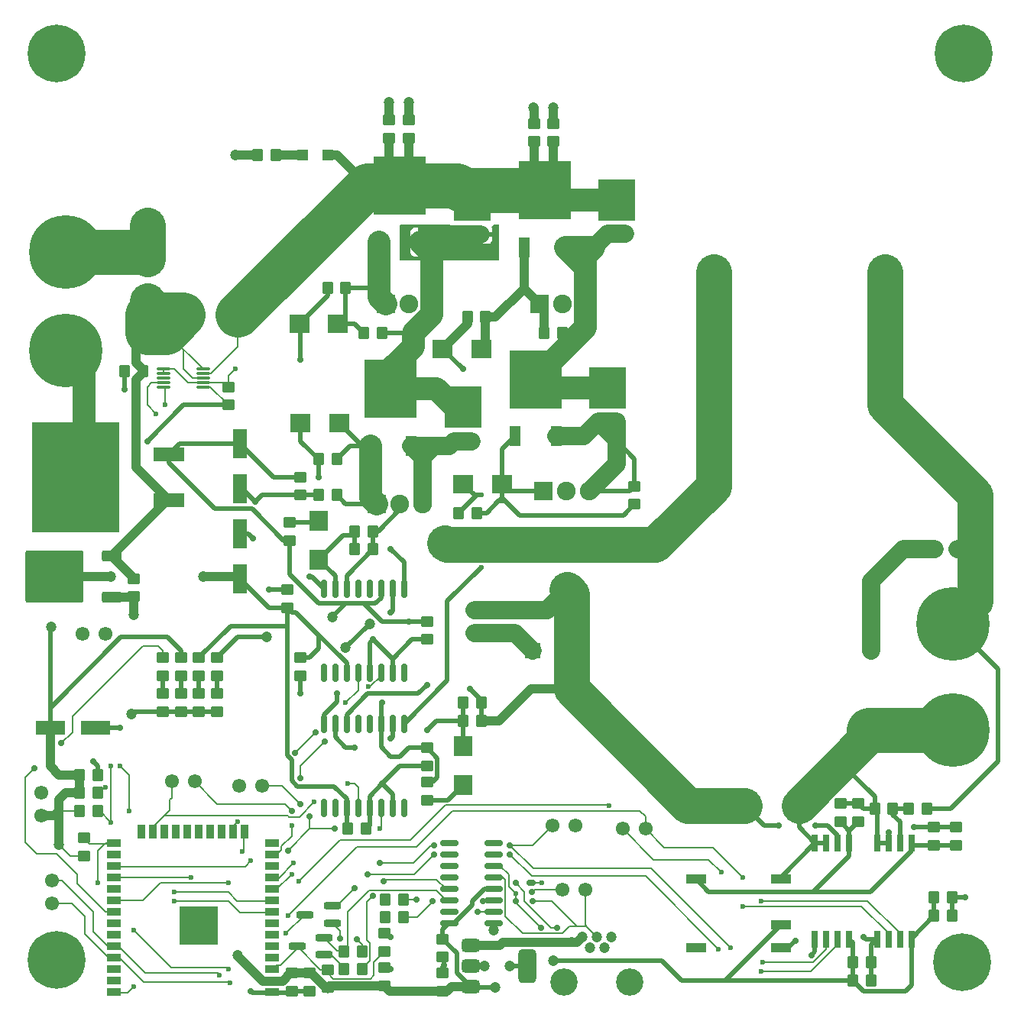
<source format=gbr>
%TF.GenerationSoftware,KiCad,Pcbnew,8.0.8*%
%TF.CreationDate,2025-08-21T09:36:38+02:00*%
%TF.ProjectId,H_bridge_PCB,485f6272-6964-4676-955f-5043422e6b69,rev?*%
%TF.SameCoordinates,Original*%
%TF.FileFunction,Copper,L1,Top*%
%TF.FilePolarity,Positive*%
%FSLAX46Y46*%
G04 Gerber Fmt 4.6, Leading zero omitted, Abs format (unit mm)*
G04 Created by KiCad (PCBNEW 8.0.8) date 2025-08-21 09:36:38*
%MOMM*%
%LPD*%
G01*
G04 APERTURE LIST*
G04 Aperture macros list*
%AMRoundRect*
0 Rectangle with rounded corners*
0 $1 Rounding radius*
0 $2 $3 $4 $5 $6 $7 $8 $9 X,Y pos of 4 corners*
0 Add a 4 corners polygon primitive as box body*
4,1,4,$2,$3,$4,$5,$6,$7,$8,$9,$2,$3,0*
0 Add four circle primitives for the rounded corners*
1,1,$1+$1,$2,$3*
1,1,$1+$1,$4,$5*
1,1,$1+$1,$6,$7*
1,1,$1+$1,$8,$9*
0 Add four rect primitives between the rounded corners*
20,1,$1+$1,$2,$3,$4,$5,0*
20,1,$1+$1,$4,$5,$6,$7,0*
20,1,$1+$1,$6,$7,$8,$9,0*
20,1,$1+$1,$8,$9,$2,$3,0*%
G04 Aperture macros list end*
%TA.AperFunction,SMDPad,CuDef*%
%ADD10R,1.200000X2.200000*%
%TD*%
%TA.AperFunction,SMDPad,CuDef*%
%ADD11R,5.800000X6.400000*%
%TD*%
%TA.AperFunction,ComponentPad*%
%ADD12R,2.070000X2.070000*%
%TD*%
%TA.AperFunction,ComponentPad*%
%ADD13C,2.070000*%
%TD*%
%TA.AperFunction,SMDPad,CuDef*%
%ADD14R,2.300000X1.000000*%
%TD*%
%TA.AperFunction,SMDPad,CuDef*%
%ADD15R,0.650000X1.850000*%
%TD*%
%TA.AperFunction,SMDPad,CuDef*%
%ADD16R,3.500000X1.600000*%
%TD*%
%TA.AperFunction,SMDPad,CuDef*%
%ADD17R,9.750000X12.200000*%
%TD*%
%TA.AperFunction,SMDPad,CuDef*%
%ADD18R,1.450000X1.150000*%
%TD*%
%TA.AperFunction,SMDPad,CuDef*%
%ADD19R,4.150000X4.650000*%
%TD*%
%TA.AperFunction,SMDPad,CuDef*%
%ADD20RoundRect,0.250000X-0.450000X0.350000X-0.450000X-0.350000X0.450000X-0.350000X0.450000X0.350000X0*%
%TD*%
%TA.AperFunction,SMDPad,CuDef*%
%ADD21RoundRect,0.250000X0.350000X0.450000X-0.350000X0.450000X-0.350000X-0.450000X0.350000X-0.450000X0*%
%TD*%
%TA.AperFunction,SMDPad,CuDef*%
%ADD22RoundRect,0.249999X-0.450001X-1.425001X0.450001X-1.425001X0.450001X1.425001X-0.450001X1.425001X0*%
%TD*%
%TA.AperFunction,ComponentPad*%
%ADD23C,1.550000*%
%TD*%
%TA.AperFunction,SMDPad,CuDef*%
%ADD24RoundRect,0.250000X0.450000X-0.350000X0.450000X0.350000X-0.450000X0.350000X-0.450000X-0.350000X0*%
%TD*%
%TA.AperFunction,ComponentPad*%
%ADD25C,2.500000*%
%TD*%
%TA.AperFunction,SMDPad,CuDef*%
%ADD26RoundRect,0.250000X-0.350000X-0.450000X0.350000X-0.450000X0.350000X0.450000X-0.350000X0.450000X0*%
%TD*%
%TA.AperFunction,SMDPad,CuDef*%
%ADD27RoundRect,0.375000X-0.625000X-0.375000X0.625000X-0.375000X0.625000X0.375000X-0.625000X0.375000X0*%
%TD*%
%TA.AperFunction,SMDPad,CuDef*%
%ADD28RoundRect,0.500000X-0.500000X-1.400000X0.500000X-1.400000X0.500000X1.400000X-0.500000X1.400000X0*%
%TD*%
%TA.AperFunction,SMDPad,CuDef*%
%ADD29RoundRect,0.075000X-0.650000X-0.075000X0.650000X-0.075000X0.650000X0.075000X-0.650000X0.075000X0*%
%TD*%
%TA.AperFunction,ComponentPad*%
%ADD30C,8.115000*%
%TD*%
%TA.AperFunction,ComponentPad*%
%ADD31C,6.400000*%
%TD*%
%TA.AperFunction,ComponentPad*%
%ADD32C,1.200000*%
%TD*%
%TA.AperFunction,ComponentPad*%
%ADD33C,3.030000*%
%TD*%
%TA.AperFunction,SMDPad,CuDef*%
%ADD34RoundRect,0.150000X-0.150000X0.875000X-0.150000X-0.875000X0.150000X-0.875000X0.150000X0.875000X0*%
%TD*%
%TA.AperFunction,SMDPad,CuDef*%
%ADD35R,1.600000X3.200000*%
%TD*%
%TA.AperFunction,ComponentPad*%
%ADD36C,3.300000*%
%TD*%
%TA.AperFunction,SMDPad,CuDef*%
%ADD37R,1.500000X0.900000*%
%TD*%
%TA.AperFunction,SMDPad,CuDef*%
%ADD38R,0.900000X1.500000*%
%TD*%
%TA.AperFunction,SMDPad,CuDef*%
%ADD39R,1.050000X1.050000*%
%TD*%
%TA.AperFunction,HeatsinkPad*%
%ADD40C,0.600000*%
%TD*%
%TA.AperFunction,HeatsinkPad*%
%ADD41R,4.200000X4.200000*%
%TD*%
%TA.AperFunction,SMDPad,CuDef*%
%ADD42R,2.300000X2.150000*%
%TD*%
%TA.AperFunction,SMDPad,CuDef*%
%ADD43RoundRect,0.150000X0.825000X0.150000X-0.825000X0.150000X-0.825000X-0.150000X0.825000X-0.150000X0*%
%TD*%
%TA.AperFunction,SMDPad,CuDef*%
%ADD44RoundRect,0.200000X0.750000X0.200000X-0.750000X0.200000X-0.750000X-0.200000X0.750000X-0.200000X0*%
%TD*%
%TA.AperFunction,SMDPad,CuDef*%
%ADD45R,1.200000X1.200000*%
%TD*%
%TA.AperFunction,SMDPad,CuDef*%
%ADD46RoundRect,0.250000X0.850000X0.350000X-0.850000X0.350000X-0.850000X-0.350000X0.850000X-0.350000X0*%
%TD*%
%TA.AperFunction,SMDPad,CuDef*%
%ADD47RoundRect,0.250000X1.275000X1.125000X-1.275000X1.125000X-1.275000X-1.125000X1.275000X-1.125000X0*%
%TD*%
%TA.AperFunction,SMDPad,CuDef*%
%ADD48RoundRect,0.249997X2.950003X2.650003X-2.950003X2.650003X-2.950003X-2.650003X2.950003X-2.650003X0*%
%TD*%
%TA.AperFunction,SMDPad,CuDef*%
%ADD49R,3.200000X1.600000*%
%TD*%
%TA.AperFunction,SMDPad,CuDef*%
%ADD50R,2.150000X2.300000*%
%TD*%
%TA.AperFunction,ComponentPad*%
%ADD51R,1.800000X1.800000*%
%TD*%
%TA.AperFunction,ComponentPad*%
%ADD52C,1.800000*%
%TD*%
%TA.AperFunction,SMDPad,CuDef*%
%ADD53RoundRect,0.175000X-0.325000X0.175000X-0.325000X-0.175000X0.325000X-0.175000X0.325000X0.175000X0*%
%TD*%
%TA.AperFunction,SMDPad,CuDef*%
%ADD54RoundRect,0.150000X-0.150000X0.200000X-0.150000X-0.200000X0.150000X-0.200000X0.150000X0.200000X0*%
%TD*%
%TA.AperFunction,ViaPad*%
%ADD55C,0.700000*%
%TD*%
%TA.AperFunction,ViaPad*%
%ADD56C,0.600000*%
%TD*%
%TA.AperFunction,ViaPad*%
%ADD57C,1.200000*%
%TD*%
%TA.AperFunction,ViaPad*%
%ADD58C,2.500000*%
%TD*%
%TA.AperFunction,Conductor*%
%ADD59C,0.200000*%
%TD*%
%TA.AperFunction,Conductor*%
%ADD60C,0.500000*%
%TD*%
%TA.AperFunction,Conductor*%
%ADD61C,4.000000*%
%TD*%
%TA.AperFunction,Conductor*%
%ADD62C,2.000000*%
%TD*%
%TA.AperFunction,Conductor*%
%ADD63C,1.000000*%
%TD*%
%TA.AperFunction,Conductor*%
%ADD64C,2.500000*%
%TD*%
%TA.AperFunction,Conductor*%
%ADD65C,5.000000*%
%TD*%
G04 APERTURE END LIST*
D10*
%TO.P,Q10,1,G*%
%TO.N,Net-(D10-A)*%
X106750000Y-65500000D03*
D11*
%TO.P,Q10,3,D*%
%TO.N,SO1*%
X109030000Y-59200000D03*
D10*
%TO.P,Q10,4,S*%
%TO.N,Cout-*%
X111310000Y-65500000D03*
%TD*%
%TO.P,Q9,1,G*%
%TO.N,Net-(D7-A)*%
X105750000Y-86450000D03*
D11*
%TO.P,Q9,3,D*%
%TO.N,Cout-*%
X108030000Y-80150000D03*
D10*
%TO.P,Q9,4,S*%
%TO.N,GND*%
X110310000Y-86450000D03*
%TD*%
%TO.P,Q6,1,G*%
%TO.N,Net-(D9-A)*%
X89720000Y-87500000D03*
D11*
%TO.P,Q6,3,D*%
%TO.N,Out+*%
X92000000Y-81200000D03*
D10*
%TO.P,Q6,4,S*%
%TO.N,GND*%
X94280000Y-87500000D03*
%TD*%
%TO.P,Q5,1,G*%
%TO.N,Net-(D8-A)*%
X90720000Y-64950000D03*
D11*
%TO.P,Q5,3,D*%
%TO.N,SO1*%
X93000000Y-58650000D03*
D10*
%TO.P,Q5,4,S*%
%TO.N,Out+*%
X95280000Y-64950000D03*
%TD*%
D12*
%TO.P,Q4,1,G*%
%TO.N,Net-(D7-A)*%
X108920000Y-92560000D03*
D13*
%TO.P,Q4,2,D*%
%TO.N,Cout-*%
X111460000Y-92560000D03*
%TO.P,Q4,3,S*%
%TO.N,GND*%
X114000000Y-92560000D03*
%TD*%
D12*
%TO.P,Q3,1,G*%
%TO.N,Net-(D10-A)*%
X108460000Y-71810000D03*
D13*
%TO.P,Q3,2,D*%
%TO.N,SO1*%
X111000000Y-71810000D03*
%TO.P,Q3,3,S*%
%TO.N,Cout-*%
X113540000Y-71810000D03*
%TD*%
D12*
%TO.P,Q2,1,G*%
%TO.N,Net-(D9-A)*%
X90460000Y-94000000D03*
D13*
%TO.P,Q2,2,D*%
%TO.N,Out+*%
X93000000Y-94000000D03*
%TO.P,Q2,3,S*%
%TO.N,GND*%
X95540000Y-94000000D03*
%TD*%
D12*
%TO.P,Q1,1,G*%
%TO.N,Net-(D8-A)*%
X91460000Y-71810000D03*
D13*
%TO.P,Q1,2,D*%
%TO.N,SO1*%
X94000000Y-71810000D03*
%TO.P,Q1,3,S*%
%TO.N,Out+*%
X96540000Y-71810000D03*
%TD*%
D14*
%TO.P,PS1,1,-VIN*%
%TO.N,GND*%
X135200000Y-143200000D03*
%TO.P,PS1,3,+VIN*%
%TO.N,+3.3V*%
X135200000Y-140660000D03*
%TO.P,PS1,7,-VOUT*%
%TO.N,SI2*%
X135200000Y-135580000D03*
%TO.P,PS1,8,+VOUT*%
%TO.N,3.3_Sensor*%
X125800000Y-135580000D03*
%TO.P,PS1,14,NC*%
%TO.N,unconnected-(PS1-NC-Pad14)*%
X125800000Y-143200000D03*
%TD*%
D15*
%TO.P,IC3,1,AVDD*%
%TO.N,3.3_Sensor*%
X142800000Y-131550000D03*
%TO.P,IC3,2,AINP*%
%TO.N,Cout-*%
X141530000Y-131550000D03*
%TO.P,IC3,3,AINN*%
%TO.N,SI2*%
X140260000Y-131550000D03*
%TO.P,IC3,4,AGND*%
X138990000Y-131550000D03*
%TO.P,IC3,5,DGND*%
%TO.N,GND*%
X138990000Y-142200000D03*
%TO.P,IC3,6,DOUT*%
%TO.N,Data_C*%
X140260000Y-142200000D03*
%TO.P,IC3,7,CLKIN*%
%TO.N,CLK_C*%
X141530000Y-142200000D03*
%TO.P,IC3,8,DVDD*%
%TO.N,+3.3V*%
X142800000Y-142200000D03*
%TD*%
D16*
%TO.P,IC2,1,OUTPUT*%
%TO.N,+12V*%
X67375000Y-88460000D03*
D17*
%TO.P,IC2,2,GND*%
%TO.N,GND*%
X57100000Y-91000000D03*
D16*
%TO.P,IC2,3,INPUT*%
%TO.N,SI1*%
X67375000Y-93540000D03*
%TD*%
D15*
%TO.P,IC1,1,AVDD*%
%TO.N,3.3_Sensor*%
X149670000Y-131550000D03*
%TO.P,IC1,2,AINP*%
%TO.N,Net-(IC1-AINP)*%
X148400000Y-131550000D03*
%TO.P,IC1,3,AINN*%
%TO.N,SI2*%
X147130000Y-131550000D03*
%TO.P,IC1,4,AGND*%
X145860000Y-131550000D03*
%TO.P,IC1,5,DGND*%
%TO.N,GND*%
X145860000Y-142200000D03*
%TO.P,IC1,6,DOUT*%
%TO.N,Data_V*%
X147130000Y-142200000D03*
%TO.P,IC1,7,CLKIN*%
%TO.N,CLK_V*%
X148400000Y-142200000D03*
%TO.P,IC1,8,DVDD*%
%TO.N,+3.3V*%
X149670000Y-142200000D03*
%TD*%
D18*
%TO.P,D5,1,ANODE_1*%
%TO.N,GND*%
X116985000Y-84820000D03*
%TO.P,D5,2,ANODE_2*%
X115015000Y-84820000D03*
D19*
%TO.P,D5,3,CATHODE*%
%TO.N,Cout-*%
X116000000Y-81070000D03*
%TD*%
D18*
%TO.P,D3,1,ANODE_1*%
%TO.N,Cout-*%
X117970000Y-64000000D03*
%TO.P,D3,2,ANODE_2*%
X116000000Y-64000000D03*
D19*
%TO.P,D3,3,CATHODE*%
%TO.N,SO1*%
X116985000Y-60250000D03*
%TD*%
D18*
%TO.P,D2,1,ANODE_1*%
%TO.N,GND*%
X100970000Y-87000000D03*
%TO.P,D2,2,ANODE_2*%
X99000000Y-87000000D03*
D19*
%TO.P,D2,3,CATHODE*%
%TO.N,Out+*%
X99985000Y-83250000D03*
%TD*%
D18*
%TO.P,D1,1,ANODE_1*%
%TO.N,Out+*%
X101985000Y-64070000D03*
%TO.P,D1,2,ANODE_2*%
X100015000Y-64070000D03*
D19*
%TO.P,D1,3,CATHODE*%
%TO.N,SO1*%
X101000000Y-60320000D03*
%TD*%
D20*
%TO.P,C36,1*%
%TO.N,SI2*%
X141800000Y-127200000D03*
%TO.P,C36,2*%
%TO.N,3.3_Sensor*%
X141800000Y-129200000D03*
%TD*%
%TO.P,C35,1*%
%TO.N,SI2*%
X143800000Y-127200000D03*
%TO.P,C35,2*%
%TO.N,3.3_Sensor*%
X143800000Y-129200000D03*
%TD*%
%TO.P,C34,1*%
%TO.N,SI2*%
X154600000Y-129800000D03*
%TO.P,C34,2*%
%TO.N,3.3_Sensor*%
X154600000Y-131800000D03*
%TD*%
%TO.P,C33,1*%
%TO.N,SI2*%
X152200000Y-129800000D03*
%TO.P,C33,2*%
%TO.N,3.3_Sensor*%
X152200000Y-131800000D03*
%TD*%
D21*
%TO.P,C32,1*%
%TO.N,GND*%
X145200000Y-144800000D03*
%TO.P,C32,2*%
%TO.N,+3.3V*%
X143200000Y-144800000D03*
%TD*%
%TO.P,C31,1*%
%TO.N,GND*%
X154200000Y-137600000D03*
%TO.P,C31,2*%
%TO.N,+3.3V*%
X152200000Y-137600000D03*
%TD*%
%TO.P,C22,1*%
%TO.N,GND*%
X145200000Y-146800000D03*
%TO.P,C22,2*%
%TO.N,+3.3V*%
X143200000Y-146800000D03*
%TD*%
%TO.P,C19,1*%
%TO.N,GND*%
X154200000Y-139600000D03*
%TO.P,C19,2*%
%TO.N,+3.3V*%
X152200000Y-139600000D03*
%TD*%
%TO.P,R17,1*%
%TO.N,Net-(IC1-AINP)*%
X147600000Y-127800000D03*
%TO.P,R17,2*%
%TO.N,SI2*%
X145600000Y-127800000D03*
%TD*%
%TO.P,R16,1*%
%TO.N,Cout+*%
X151400000Y-127800000D03*
%TO.P,R16,2*%
%TO.N,Net-(IC1-AINP)*%
X149400000Y-127800000D03*
%TD*%
D22*
%TO.P,R15,1,1*%
%TO.N,Cout-*%
X131150000Y-127400000D03*
%TO.P,R15,2,2*%
%TO.N,SI2*%
X137250000Y-127400000D03*
%TD*%
D23*
%TO.P,J14,1,1*%
%TO.N,/USB_Connector/D+*%
X113540000Y-136750000D03*
%TO.P,J14,2,2*%
%TO.N,/USB_Connector/D-*%
X111000000Y-136750000D03*
%TD*%
D24*
%TO.P,R11,1*%
%TO.N,GND*%
X66750000Y-117000000D03*
%TO.P,R11,2*%
%TO.N,Net-(LED4-K)*%
X66750000Y-115000000D03*
%TD*%
D25*
%TO.P,U8,1,1*%
%TO.N,SI1*%
X65000000Y-74895000D03*
%TO.P,U8,2,2*%
X65000000Y-71235000D03*
%TO.P,U8,3,3*%
%TO.N,Net-(TP1-Pad1)*%
X65000000Y-66765000D03*
%TO.P,U8,4,4*%
X65000000Y-63105000D03*
%TD*%
D26*
%TO.P,C4,1*%
%TO.N,Net-(D11-K)*%
X100000000Y-116000000D03*
%TO.P,C4,2*%
%TO.N,Cout-*%
X102000000Y-116000000D03*
%TD*%
D27*
%TO.P,U5,1,IN*%
%TO.N,VUSB(5V)*%
X100850000Y-142900000D03*
%TO.P,U5,2,GND*%
%TO.N,GND*%
X100850000Y-145200000D03*
D28*
X107150000Y-145200000D03*
D27*
%TO.P,U5,3,OUT*%
%TO.N,+3.3V*%
X100850000Y-147500000D03*
%TD*%
D29*
%TO.P,U4,1,A1*%
%TO.N,GND*%
X66800000Y-79000000D03*
%TO.P,U4,2,A0*%
X66800000Y-79500000D03*
%TO.P,U4,3,~{Alert}*%
%TO.N,unconnected-(U4-~{Alert}-Pad3)*%
X66800000Y-80000000D03*
%TO.P,U4,4,SDA*%
%TO.N,SDA1*%
X66800000Y-80500000D03*
%TO.P,U4,5,SCL*%
%TO.N,SCL1*%
X66800000Y-81000000D03*
%TO.P,U4,6,VS*%
%TO.N,+3.3V*%
X71200000Y-81000000D03*
%TO.P,U4,7,GND*%
%TO.N,GND*%
X71200000Y-80500000D03*
%TO.P,U4,8,Vbus*%
%TO.N,SI1*%
X71200000Y-80000000D03*
%TO.P,U4,9,Vin-*%
%TO.N,SO1*%
X71200000Y-79500000D03*
%TO.P,U4,10,Vin+*%
%TO.N,SI1*%
X71200000Y-79000000D03*
%TD*%
D20*
%TO.P,C6,1*%
%TO.N,+12V*%
X96000000Y-107000000D03*
%TO.P,C6,2*%
%TO.N,GND*%
X96000000Y-109000000D03*
%TD*%
%TO.P,C10,1*%
%TO.N,+3.3V*%
X83000000Y-146000000D03*
%TO.P,C10,2*%
%TO.N,GND*%
X83000000Y-148000000D03*
%TD*%
D24*
%TO.P,C29,1*%
%TO.N,SO1*%
X107850000Y-53800000D03*
%TO.P,C29,2*%
%TO.N,GND*%
X107850000Y-51800000D03*
%TD*%
D30*
%TO.P,TP4,1,1*%
%TO.N,SI2*%
X154250000Y-119000000D03*
%TD*%
D21*
%TO.P,R5,1*%
%TO.N,Net-(D9-A)*%
X86000000Y-93000000D03*
%TO.P,R5,2*%
%TO.N,GND*%
X84000000Y-93000000D03*
%TD*%
D26*
%TO.P,R40,1*%
%TO.N,+3.3V*%
X57500000Y-126000000D03*
%TO.P,R40,2*%
%TO.N,SCL1*%
X59500000Y-126000000D03*
%TD*%
%TO.P,R41,1*%
%TO.N,+3.3V*%
X57500000Y-128000000D03*
%TO.P,R41,2*%
%TO.N,SDA1*%
X59500000Y-128000000D03*
%TD*%
D20*
%TO.P,C17,1*%
%TO.N,SI1*%
X63500000Y-102250000D03*
%TO.P,C17,2*%
%TO.N,GND*%
X63500000Y-104250000D03*
%TD*%
D31*
%TO.P,REF\u002A\u002A,1*%
%TO.N,N/C*%
X155250000Y-144750000D03*
%TD*%
D20*
%TO.P,C12,1*%
%TO.N,+3.3V*%
X81000000Y-146000000D03*
%TO.P,C12,2*%
%TO.N,GND*%
X81000000Y-148000000D03*
%TD*%
D21*
%TO.P,R8,1*%
%TO.N,Net-(D10-A)*%
X102500000Y-73250000D03*
%TO.P,R8,2*%
%TO.N,Net-(D10-K)*%
X100500000Y-73250000D03*
%TD*%
D26*
%TO.P,C3,1*%
%TO.N,Net-(D6-K)*%
X88000000Y-99000000D03*
%TO.P,C3,2*%
%TO.N,Out+*%
X90000000Y-99000000D03*
%TD*%
D24*
%TO.P,C11,1*%
%TO.N,+3.3V*%
X97750000Y-148000000D03*
%TO.P,C11,2*%
%TO.N,GND*%
X97750000Y-146000000D03*
%TD*%
D21*
%TO.P,R3,1*%
%TO.N,Net-(D9-A)*%
X86000000Y-89000000D03*
%TO.P,R3,2*%
%TO.N,Net-(D9-K)*%
X84000000Y-89000000D03*
%TD*%
D24*
%TO.P,C26,1*%
%TO.N,+5V*%
X80500000Y-105500000D03*
%TO.P,C26,2*%
%TO.N,GND*%
X80500000Y-103500000D03*
%TD*%
D20*
%TO.P,C14,1*%
%TO.N,+5V*%
X82000000Y-111000000D03*
%TO.P,C14,2*%
%TO.N,GND*%
X82000000Y-113000000D03*
%TD*%
D32*
%TO.P,J13,1,1*%
%TO.N,VUSB(5V)*%
X113250000Y-141950000D03*
%TO.P,J13,2,2*%
%TO.N,/USB_Connector/D-*%
X114050000Y-143150000D03*
%TO.P,J13,3,3*%
%TO.N,/USB_Connector/D+*%
X114850000Y-141950000D03*
%TO.P,J13,4,4*%
%TO.N,unconnected-(J13-Pad4)*%
X115650000Y-143150000D03*
%TO.P,J13,5,5*%
%TO.N,GND*%
X116450000Y-141950000D03*
D33*
%TO.P,J13,MH1,MH1*%
X111200000Y-147000000D03*
%TO.P,J13,MH2,MH2*%
X118500000Y-147000000D03*
%TD*%
D21*
%TO.P,R12,1*%
%TO.N,Net-(D12-A)*%
X79250000Y-55250000D03*
%TO.P,R12,2*%
%TO.N,GND*%
X77250000Y-55250000D03*
%TD*%
D31*
%TO.P,REF\u002A\u002A,1*%
%TO.N,N/C*%
X155500000Y-44000000D03*
%TD*%
D23*
%TO.P,J5,1,1*%
%TO.N,Data_C*%
X109930000Y-129610000D03*
%TO.P,J5,2,2*%
%TO.N,CLK_C*%
X112470000Y-129610000D03*
%TD*%
D24*
%TO.P,R6,1*%
%TO.N,Net-(D7-A)*%
X119000000Y-94000000D03*
%TO.P,R6,2*%
%TO.N,GND*%
X119000000Y-92000000D03*
%TD*%
D31*
%TO.P,REF\u002A\u002A,1*%
%TO.N,N/C*%
X55000000Y-144500000D03*
%TD*%
D26*
%TO.P,R4,1*%
%TO.N,Net-(D8-A)*%
X89000000Y-75000000D03*
%TO.P,R4,2*%
%TO.N,Out+*%
X91000000Y-75000000D03*
%TD*%
D24*
%TO.P,C18,1*%
%TO.N,+3.3V*%
X74000000Y-83000000D03*
%TO.P,C18,2*%
%TO.N,GND*%
X74000000Y-81000000D03*
%TD*%
D34*
%TO.P,U2,1,LO*%
%TO.N,Net-(D9-K)*%
X93445000Y-103350000D03*
%TO.P,U2,2,COM*%
%TO.N,GND*%
X92175000Y-103350000D03*
%TO.P,U2,3,VCC*%
%TO.N,+12V*%
X90905000Y-103350000D03*
%TO.P,U2,4,NC*%
%TO.N,unconnected-(U2-NC-Pad4)*%
X89635000Y-103350000D03*
%TO.P,U2,5,NC*%
%TO.N,unconnected-(U2-NC-Pad5)*%
X88365000Y-103350000D03*
%TO.P,U2,6,VS*%
%TO.N,Out+*%
X87095000Y-103350000D03*
%TO.P,U2,7,VB*%
%TO.N,Net-(D6-K)*%
X85825000Y-103350000D03*
%TO.P,U2,8,HO*%
%TO.N,Net-(D8-K)*%
X84555000Y-103350000D03*
%TO.P,U2,9,NC*%
%TO.N,unconnected-(U2-NC-Pad9)*%
X84555000Y-112650000D03*
%TO.P,U2,10,NC*%
%TO.N,unconnected-(U2-NC-Pad10)*%
X85825000Y-112650000D03*
%TO.P,U2,11,VDD*%
%TO.N,+5V*%
X87095000Y-112650000D03*
%TO.P,U2,12,HIN*%
%TO.N,HIN2*%
X88365000Y-112650000D03*
%TO.P,U2,13,SD*%
%TO.N,GND*%
X89635000Y-112650000D03*
%TO.P,U2,14,LIN*%
%TO.N,LIN2*%
X90905000Y-112650000D03*
%TO.P,U2,15,VSS*%
%TO.N,GND*%
X92175000Y-112650000D03*
%TO.P,U2,16,NC*%
%TO.N,unconnected-(U2-NC-Pad16)*%
X93445000Y-112650000D03*
%TD*%
D26*
%TO.P,R30,1*%
%TO.N,Net-(Q8-E)*%
X86800000Y-143600000D03*
%TO.P,R30,2*%
%TO.N,Net-(Q7-B)*%
X88800000Y-143600000D03*
%TD*%
%TO.P,C15,1*%
%TO.N,+5V*%
X87250000Y-130000000D03*
%TO.P,C15,2*%
%TO.N,GND*%
X89250000Y-130000000D03*
%TD*%
D21*
%TO.P,R2,1*%
%TO.N,Net-(D8-A)*%
X87000000Y-70000000D03*
%TO.P,R2,2*%
%TO.N,Net-(D8-K)*%
X85000000Y-70000000D03*
%TD*%
D35*
%TO.P,C7,1*%
%TO.N,+5V*%
X75250000Y-102250000D03*
%TO.P,C7,2*%
%TO.N,GND*%
X75250000Y-97250000D03*
%TD*%
D36*
%TO.P,FL1,1,1*%
%TO.N,Cout+*%
X146750000Y-68250000D03*
%TO.P,FL1,2,2*%
%TO.N,Out+*%
X127750000Y-68250000D03*
%TD*%
D26*
%TO.P,R7,1*%
%TO.N,Net-(D10-A)*%
X109000000Y-75000000D03*
%TO.P,R7,2*%
%TO.N,Cout-*%
X111000000Y-75000000D03*
%TD*%
D20*
%TO.P,R14,1*%
%TO.N,Io0*%
X58000000Y-131000000D03*
%TO.P,R14,2*%
%TO.N,+3.3V*%
X58000000Y-133000000D03*
%TD*%
%TO.P,C25,1*%
%TO.N,+12V*%
X82000000Y-91000000D03*
%TO.P,C25,2*%
%TO.N,GND*%
X82000000Y-93000000D03*
%TD*%
D23*
%TO.P,J1,1,1*%
%TO.N,RX0*%
X54440000Y-135730000D03*
%TO.P,J1,2,2*%
%TO.N,TX0*%
X54440000Y-138270000D03*
%TD*%
D24*
%TO.P,LED4,1,K*%
%TO.N,Net-(LED4-K)*%
X66750000Y-113000000D03*
%TO.P,LED4,2,A*%
%TO.N,SatusLED*%
X66750000Y-111000000D03*
%TD*%
D37*
%TO.P,U1,1,GND*%
%TO.N,GND*%
X78807500Y-148090000D03*
%TO.P,U1,2,VDD*%
%TO.N,+3.3V*%
X78807500Y-146820000D03*
%TO.P,U1,3,EN*%
%TO.N,EN*%
X78807500Y-145550000D03*
%TO.P,U1,4,SENSOR_VP*%
%TO.N,unconnected-(U1-SENSOR_VP-Pad4)*%
X78807500Y-144280000D03*
%TO.P,U1,5,SENSOR_VN*%
%TO.N,unconnected-(U1-SENSOR_VN-Pad5)*%
X78807500Y-143010000D03*
%TO.P,U1,6,IO34*%
%TO.N,unconnected-(U1-IO34-Pad6)*%
X78807500Y-141740000D03*
%TO.P,U1,7,IO35*%
%TO.N,unconnected-(U1-IO35-Pad7)*%
X78807500Y-140470000D03*
%TO.P,U1,8,IO32*%
%TO.N,SDA1*%
X78807500Y-139200000D03*
%TO.P,U1,9,IO33*%
%TO.N,SCL1*%
X78807500Y-137930000D03*
%TO.P,U1,10,IO25*%
%TO.N,CLK_C*%
X78807500Y-136660000D03*
%TO.P,U1,11,IO26*%
%TO.N,Data_C*%
X78807500Y-135390000D03*
%TO.P,U1,12,IO27*%
%TO.N,unconnected-(U1-IO27-Pad12)*%
X78807500Y-134120000D03*
%TO.P,U1,13,IO14*%
%TO.N,LIN2*%
X78807500Y-132850000D03*
%TO.P,U1,14,IO12*%
%TO.N,unconnected-(U1-IO12-Pad14)*%
X78807500Y-131580000D03*
D38*
%TO.P,U1,15,GND*%
%TO.N,GND*%
X75767500Y-130330000D03*
%TO.P,U1,16,IO13*%
%TO.N,HIN2*%
X74497500Y-130330000D03*
%TO.P,U1,17,SHD/SD2*%
%TO.N,unconnected-(U1-SHD{slash}SD2-Pad17)*%
X73227500Y-130330000D03*
%TO.P,U1,18,SWP/SD3*%
%TO.N,unconnected-(U1-SWP{slash}SD3-Pad18)*%
X71957500Y-130330000D03*
%TO.P,U1,19,SCS/CMD*%
%TO.N,unconnected-(U1-SCS{slash}CMD-Pad19)*%
X70687500Y-130330000D03*
%TO.P,U1,20,SCK/CLK*%
%TO.N,unconnected-(U1-SCK{slash}CLK-Pad20)*%
X69417500Y-130330000D03*
%TO.P,U1,21,SDO/SD0*%
%TO.N,unconnected-(U1-SDO{slash}SD0-Pad21)*%
X68147500Y-130330000D03*
%TO.P,U1,22,SDI/SD1*%
%TO.N,unconnected-(U1-SDI{slash}SD1-Pad22)*%
X66877500Y-130330000D03*
%TO.P,U1,23,IO15*%
%TO.N,HIN1*%
X65607500Y-130330000D03*
%TO.P,U1,24,IO2*%
%TO.N,unconnected-(U1-IO2-Pad24)*%
X64337500Y-130330000D03*
D37*
%TO.P,U1,25,IO0*%
%TO.N,Io0*%
X61307500Y-131580000D03*
%TO.P,U1,26,IO4*%
%TO.N,unconnected-(U1-IO4-Pad26)*%
X61307500Y-132850000D03*
%TO.P,U1,27,IO16*%
%TO.N,LIN1*%
X61307500Y-134120000D03*
%TO.P,U1,28,IO17*%
%TO.N,CLK_V*%
X61307500Y-135390000D03*
%TO.P,U1,29,IO5*%
%TO.N,unconnected-(U1-IO5-Pad29)*%
X61307500Y-136660000D03*
%TO.P,U1,30,IO18*%
%TO.N,Data_V*%
X61307500Y-137930000D03*
%TO.P,U1,31,IO19*%
%TO.N,SatusLED*%
X61307500Y-139200000D03*
%TO.P,U1,32,NC*%
%TO.N,unconnected-(U1-NC-Pad32)*%
X61307500Y-140470000D03*
%TO.P,U1,33,IO21*%
%TO.N,unconnected-(U1-IO21-Pad33)*%
X61307500Y-141740000D03*
%TO.P,U1,34,RXD0/IO3*%
%TO.N,RX0*%
X61307500Y-143010000D03*
%TO.P,U1,35,TXD0/IO1*%
%TO.N,TX0*%
X61307500Y-144280000D03*
%TO.P,U1,36,IO22*%
%TO.N,unconnected-(U1-IO22-Pad36)*%
X61307500Y-145550000D03*
%TO.P,U1,37,IO23*%
%TO.N,unconnected-(U1-IO23-Pad37)*%
X61307500Y-146820000D03*
%TO.P,U1,38,GND*%
%TO.N,GND*%
X61307500Y-148090000D03*
D39*
%TO.P,U1,39,GND*%
X72262500Y-142275000D03*
D40*
X72262500Y-141512500D03*
D39*
X72262500Y-140750000D03*
D40*
X72262500Y-139987500D03*
D39*
X72262500Y-139225000D03*
D40*
X71500000Y-142275000D03*
X71500000Y-140750000D03*
X71500000Y-139225000D03*
D39*
X70737500Y-142275000D03*
D40*
X70737500Y-141512500D03*
D39*
X70737500Y-140750000D03*
D41*
X70737500Y-140750000D03*
D40*
X70737500Y-139987500D03*
D39*
X70737500Y-139225000D03*
D40*
X69975000Y-142275000D03*
X69975000Y-140750000D03*
X69975000Y-139225000D03*
D39*
X69212500Y-142275000D03*
D40*
X69212500Y-141512500D03*
D39*
X69212500Y-140750000D03*
D40*
X69212500Y-139987500D03*
D39*
X69212500Y-139225000D03*
%TD*%
D23*
%TO.P,J9,1,1*%
%TO.N,Net-(C16-Pad1)*%
X101250000Y-108250000D03*
%TO.P,J9,2,2*%
%TO.N,Cout-*%
X101250000Y-105710000D03*
%TD*%
D24*
%TO.P,C20,1*%
%TO.N,+3.3V*%
X91250000Y-147400000D03*
%TO.P,C20,2*%
%TO.N,GND*%
X91250000Y-145400000D03*
%TD*%
D42*
%TO.P,D10,1,K*%
%TO.N,Net-(D10-K)*%
X97750000Y-76750000D03*
%TO.P,D10,2,A*%
%TO.N,Net-(D10-A)*%
X102050000Y-76750000D03*
%TD*%
D23*
%TO.P,J2,1,1*%
%TO.N,HIN1*%
X67710000Y-124750000D03*
%TO.P,J2,2,2*%
%TO.N,LIN2*%
X70250000Y-124750000D03*
%TD*%
D43*
%TO.P,U7,1,GND*%
%TO.N,GND*%
X103400000Y-140445000D03*
%TO.P,U7,2,TXD*%
%TO.N,TX*%
X103400000Y-139175000D03*
%TO.P,U7,3,RXD*%
%TO.N,RX*%
X103400000Y-137905000D03*
%TO.P,U7,4,V3*%
%TO.N,+3.3V*%
X103400000Y-136635000D03*
%TO.P,U7,5,UD+*%
%TO.N,/USB_Connector/D+*%
X103400000Y-135365000D03*
%TO.P,U7,6,UD-*%
%TO.N,/USB_Connector/D-*%
X103400000Y-134095000D03*
%TO.P,U7,7,XI*%
%TO.N,unconnected-(U7-XI-Pad7)*%
X103400000Y-132825000D03*
%TO.P,U7,8,XO*%
%TO.N,unconnected-(U7-XO-Pad8)*%
X103400000Y-131555000D03*
%TO.P,U7,9,~{CTS}*%
%TO.N,unconnected-(U7-~{CTS}-Pad9)*%
X98450000Y-131555000D03*
%TO.P,U7,10,~{DSR}*%
%TO.N,unconnected-(U7-~{DSR}-Pad10)*%
X98450000Y-132825000D03*
%TO.P,U7,11,~{RI}*%
%TO.N,unconnected-(U7-~{RI}-Pad11)*%
X98450000Y-134095000D03*
%TO.P,U7,12,~{DCD}*%
%TO.N,unconnected-(U7-~{DCD}-Pad12)*%
X98450000Y-135365000D03*
%TO.P,U7,13,~{DTR}*%
%TO.N,Net-(Q7-E)*%
X98450000Y-136635000D03*
%TO.P,U7,14,~{RTS}*%
%TO.N,Net-(Q8-E)*%
X98450000Y-137905000D03*
%TO.P,U7,15,R232*%
%TO.N,unconnected-(U7-R232-Pad15)*%
X98450000Y-139175000D03*
%TO.P,U7,16,VCC*%
%TO.N,+3.3V*%
X98450000Y-140445000D03*
%TD*%
D44*
%TO.P,Q8,1,B*%
%TO.N,Net-(Q8-B)*%
X84600000Y-143950000D03*
%TO.P,Q8,2,E*%
%TO.N,Net-(Q8-E)*%
X84600000Y-142050000D03*
%TO.P,Q8,3,C*%
%TO.N,EN*%
X81600000Y-143000000D03*
%TD*%
D24*
%TO.P,C30,1*%
%TO.N,SO1*%
X110000000Y-53800000D03*
%TO.P,C30,2*%
%TO.N,GND*%
X110000000Y-51800000D03*
%TD*%
%TO.P,LED2,1,K*%
%TO.N,Net-(LED2-K)*%
X72750000Y-113000000D03*
%TO.P,LED2,2,A*%
%TO.N,+12V*%
X72750000Y-111000000D03*
%TD*%
%TO.P,R29,1*%
%TO.N,GND*%
X70750000Y-117000000D03*
%TO.P,R29,2*%
%TO.N,Net-(LED3-K)*%
X70750000Y-115000000D03*
%TD*%
D45*
%TO.P,D12,1,K*%
%TO.N,SO1*%
X85000000Y-55250000D03*
%TO.P,D12,2,A*%
%TO.N,Net-(D12-A)*%
X82200000Y-55250000D03*
%TD*%
D24*
%TO.P,R28,1*%
%TO.N,GND*%
X72750000Y-117000000D03*
%TO.P,R28,2*%
%TO.N,Net-(LED2-K)*%
X72750000Y-115000000D03*
%TD*%
%TO.P,R27,1*%
%TO.N,GND*%
X68750000Y-117000000D03*
%TO.P,R27,2*%
%TO.N,Net-(LED1-K)*%
X68750000Y-115000000D03*
%TD*%
D44*
%TO.P,Q7,1,B*%
%TO.N,Net-(Q7-B)*%
X85500000Y-140450000D03*
%TO.P,Q7,2,E*%
%TO.N,Net-(Q7-E)*%
X85500000Y-138550000D03*
%TO.P,Q7,3,C*%
%TO.N,Io0*%
X82500000Y-139500000D03*
%TD*%
D24*
%TO.P,LED3,1,K*%
%TO.N,Net-(LED3-K)*%
X70750000Y-113000000D03*
%TO.P,LED3,2,A*%
%TO.N,+5V*%
X70750000Y-111000000D03*
%TD*%
D34*
%TO.P,U3,1,LO*%
%TO.N,Net-(D7-K)*%
X93445000Y-118350000D03*
%TO.P,U3,2,COM*%
%TO.N,GND*%
X92175000Y-118350000D03*
%TO.P,U3,3,VCC*%
%TO.N,+12V*%
X90905000Y-118350000D03*
%TO.P,U3,4,NC*%
%TO.N,unconnected-(U3-NC-Pad4)*%
X89635000Y-118350000D03*
%TO.P,U3,5,NC*%
%TO.N,unconnected-(U3-NC-Pad5)*%
X88365000Y-118350000D03*
%TO.P,U3,6,VS*%
%TO.N,Cout-*%
X87095000Y-118350000D03*
%TO.P,U3,7,VB*%
%TO.N,Net-(D11-K)*%
X85825000Y-118350000D03*
%TO.P,U3,8,HO*%
%TO.N,Net-(D10-K)*%
X84555000Y-118350000D03*
%TO.P,U3,9,NC*%
%TO.N,unconnected-(U3-NC-Pad9)*%
X84555000Y-127650000D03*
%TO.P,U3,10,NC*%
%TO.N,unconnected-(U3-NC-Pad10)*%
X85825000Y-127650000D03*
%TO.P,U3,11,VDD*%
%TO.N,+5V*%
X87095000Y-127650000D03*
%TO.P,U3,12,HIN*%
%TO.N,HIN1*%
X88365000Y-127650000D03*
%TO.P,U3,13,SD*%
%TO.N,GND*%
X89635000Y-127650000D03*
%TO.P,U3,14,LIN*%
%TO.N,LIN1*%
X90905000Y-127650000D03*
%TO.P,U3,15,VSS*%
%TO.N,GND*%
X92175000Y-127650000D03*
%TO.P,U3,16,NC*%
%TO.N,unconnected-(U3-NC-Pad16)*%
X93445000Y-127650000D03*
%TD*%
D24*
%TO.P,C13,1*%
%TO.N,SO1*%
X91800000Y-53400000D03*
%TO.P,C13,2*%
%TO.N,GND*%
X91800000Y-51400000D03*
%TD*%
D42*
%TO.P,D7,1,K*%
%TO.N,Net-(D7-K)*%
X100000000Y-91750000D03*
%TO.P,D7,2,A*%
%TO.N,Net-(D7-A)*%
X104300000Y-91750000D03*
%TD*%
D24*
%TO.P,C28,1*%
%TO.N,SO1*%
X94000000Y-53400000D03*
%TO.P,C28,2*%
%TO.N,GND*%
X94000000Y-51400000D03*
%TD*%
D21*
%TO.P,R9,1*%
%TO.N,Net-(D7-A)*%
X101500000Y-95000000D03*
%TO.P,R9,2*%
%TO.N,Net-(D7-K)*%
X99500000Y-95000000D03*
%TD*%
D24*
%TO.P,R10,1*%
%TO.N,Net-(D11-A)*%
X96000000Y-126800000D03*
%TO.P,R10,2*%
%TO.N,+12V*%
X96000000Y-124800000D03*
%TD*%
%TO.P,C9,1*%
%TO.N,EN*%
X91250000Y-143600000D03*
%TO.P,C9,2*%
%TO.N,GND*%
X91250000Y-141600000D03*
%TD*%
D31*
%TO.P,REF\u002A\u002A,1*%
%TO.N,N/C*%
X55000000Y-44000000D03*
%TD*%
D30*
%TO.P,TP1,1,1*%
%TO.N,Net-(TP1-Pad1)*%
X56000000Y-66000000D03*
%TD*%
D26*
%TO.P,C27,1*%
%TO.N,+3.3V*%
X57500000Y-124000000D03*
%TO.P,C27,2*%
%TO.N,GND*%
X59500000Y-124000000D03*
%TD*%
D20*
%TO.P,C1,1*%
%TO.N,+12V*%
X96000000Y-121000000D03*
%TO.P,C1,2*%
%TO.N,GND*%
X96000000Y-123000000D03*
%TD*%
D23*
%TO.P,J3,1,1*%
%TO.N,LIN1*%
X77770000Y-125190000D03*
%TO.P,J3,2,2*%
%TO.N,HIN2*%
X75230000Y-125190000D03*
%TD*%
D46*
%TO.P,U6,1,ADJ/GND*%
%TO.N,GND*%
X61040000Y-104280000D03*
D47*
%TO.P,U6,2,OUT*%
%TO.N,+5V*%
X56415000Y-103525000D03*
X56415000Y-100475000D03*
D48*
X54740000Y-102000000D03*
D47*
X53065000Y-103525000D03*
X53065000Y-100475000D03*
D46*
%TO.P,U6,3,IN*%
%TO.N,SI1*%
X61040000Y-99720000D03*
%TD*%
D21*
%TO.P,R31,1*%
%TO.N,Net-(Q7-E)*%
X88800000Y-145500000D03*
%TO.P,R31,2*%
%TO.N,Net-(Q8-B)*%
X86800000Y-145500000D03*
%TD*%
D20*
%TO.P,C24,1*%
%TO.N,+3.3V*%
X97750000Y-142200000D03*
%TO.P,C24,2*%
%TO.N,GND*%
X97750000Y-144200000D03*
%TD*%
D26*
%TO.P,C2,1*%
%TO.N,Net-(D6-K)*%
X88000000Y-97000000D03*
%TO.P,C2,2*%
%TO.N,Out+*%
X90000000Y-97000000D03*
%TD*%
D35*
%TO.P,C8,1*%
%TO.N,+12V*%
X75250000Y-87250000D03*
%TO.P,C8,2*%
%TO.N,GND*%
X75250000Y-92250000D03*
%TD*%
D49*
%TO.P,C23,1*%
%TO.N,+3.3V*%
X54250000Y-118750000D03*
%TO.P,C23,2*%
%TO.N,GND*%
X59250000Y-118750000D03*
%TD*%
D24*
%TO.P,LED1,1,K*%
%TO.N,Net-(LED1-K)*%
X68750000Y-113000000D03*
%TO.P,LED1,2,A*%
%TO.N,+3.3V*%
X68750000Y-111000000D03*
%TD*%
D30*
%TO.P,TP3,1,1*%
%TO.N,Cout+*%
X154250000Y-107250000D03*
%TD*%
D21*
%TO.P,R24,1*%
%TO.N,RX*%
X93400000Y-139800000D03*
%TO.P,R24,2*%
%TO.N,TX0*%
X91400000Y-139800000D03*
%TD*%
D20*
%TO.P,R13,1*%
%TO.N,EN*%
X85000000Y-145600000D03*
%TO.P,R13,2*%
%TO.N,+3.3V*%
X85000000Y-147600000D03*
%TD*%
D50*
%TO.P,D6,1,K*%
%TO.N,Net-(D6-K)*%
X84000000Y-100150000D03*
%TO.P,D6,2,A*%
%TO.N,Net-(D6-A)*%
X84000000Y-95850000D03*
%TD*%
D30*
%TO.P,TP2,1,1*%
%TO.N,GND*%
X56000000Y-77000000D03*
%TD*%
D26*
%TO.P,C5,1*%
%TO.N,Net-(D11-K)*%
X100000000Y-118000000D03*
%TO.P,C5,2*%
%TO.N,Cout-*%
X102000000Y-118000000D03*
%TD*%
D22*
%TO.P,R42,1,1*%
%TO.N,SI1*%
X68950000Y-73000000D03*
%TO.P,R42,2,2*%
%TO.N,SO1*%
X75050000Y-73000000D03*
%TD*%
D20*
%TO.P,R1,1*%
%TO.N,Net-(D6-A)*%
X80750000Y-96000000D03*
%TO.P,R1,2*%
%TO.N,+12V*%
X80750000Y-98000000D03*
%TD*%
D42*
%TO.P,D8,1,K*%
%TO.N,Net-(D8-K)*%
X81850000Y-74000000D03*
%TO.P,D8,2,A*%
%TO.N,Net-(D8-A)*%
X86150000Y-74000000D03*
%TD*%
D23*
%TO.P,J12,1,1*%
%TO.N,CLK_V*%
X120200000Y-130000000D03*
%TO.P,J12,2,2*%
%TO.N,Data_V*%
X117660000Y-130000000D03*
%TD*%
D50*
%TO.P,D11,1,K*%
%TO.N,Net-(D11-K)*%
X100000000Y-120850000D03*
%TO.P,D11,2,A*%
%TO.N,Net-(D11-A)*%
X100000000Y-125150000D03*
%TD*%
D23*
%TO.P,J15,1,1*%
%TO.N,+3.3V*%
X53310000Y-128520000D03*
%TO.P,J15,2,2*%
%TO.N,GND*%
X53310000Y-125980000D03*
%TD*%
D51*
%TO.P,C16,1,1*%
%TO.N,Net-(C16-Pad1)*%
X107750000Y-110250000D03*
D52*
%TO.P,C16,2,2*%
%TO.N,Net-(C16-Pad2)*%
X145250000Y-110250000D03*
%TD*%
D21*
%TO.P,R23,1*%
%TO.N,TX*%
X93400000Y-137800000D03*
%TO.P,R23,2*%
%TO.N,RX0*%
X91400000Y-137800000D03*
%TD*%
%TO.P,C21,1*%
%TO.N,SI1*%
X64500000Y-79250000D03*
%TO.P,C21,2*%
%TO.N,GND*%
X62500000Y-79250000D03*
%TD*%
D23*
%TO.P,J7,1,1*%
%TO.N,Cout+*%
X154770000Y-98940000D03*
%TO.P,J7,2,2*%
%TO.N,Net-(C16-Pad2)*%
X152230000Y-98940000D03*
%TD*%
D42*
%TO.P,D9,1,K*%
%TO.N,Net-(D9-K)*%
X82000000Y-85000000D03*
%TO.P,D9,2,A*%
%TO.N,Net-(D9-A)*%
X86300000Y-85000000D03*
%TD*%
D53*
%TO.P,D4,1,A*%
%TO.N,GND*%
X107550000Y-136000000D03*
D54*
%TO.P,D4,2,K*%
%TO.N,VUSB(5V)*%
X105850000Y-136000000D03*
%TO.P,D4,3,K*%
%TO.N,/USB_Connector/D-*%
X105850000Y-138000000D03*
%TO.P,D4,4,K*%
%TO.N,/USB_Connector/D+*%
X107750000Y-138000000D03*
%TD*%
D23*
%TO.P,J4,1,1*%
%TO.N,SCL1*%
X60400000Y-108400000D03*
%TO.P,J4,2,2*%
%TO.N,SDA1*%
X57860000Y-108400000D03*
%TD*%
D55*
%TO.N,SI2*%
X150000000Y-129800000D03*
X147200000Y-130400000D03*
D56*
%TO.N,CLK_V*%
X131000000Y-135400000D03*
X133000000Y-138000000D03*
%TO.N,Data_V*%
X128600000Y-134800000D03*
X131000000Y-138600000D03*
%TO.N,CLK_C*%
X133000000Y-145800000D03*
X128300000Y-143300000D03*
%TO.N,Data_C*%
X129600000Y-143200000D03*
X133200000Y-144800000D03*
D55*
%TO.N,GND*%
X136800000Y-142400000D03*
%TO.N,Cout-*%
X135000000Y-129600000D03*
X139000000Y-129600000D03*
%TO.N,GND*%
X155600000Y-137600000D03*
X144400000Y-142000000D03*
X138600000Y-144000000D03*
D56*
%TO.N,Data_V*%
X116200000Y-127400000D03*
D55*
%TO.N,+12V*%
X94000000Y-107000000D03*
D57*
X85500000Y-106500000D03*
X78250000Y-108750000D03*
D55*
X91000000Y-116000000D03*
%TO.N,GND*%
X62500000Y-81250000D03*
D56*
X75500000Y-132500000D03*
D55*
X92000000Y-106000000D03*
D57*
X103400000Y-141200000D03*
D55*
X76750000Y-97750000D03*
X91000000Y-125000000D03*
X77000000Y-93750000D03*
D56*
X63500000Y-147500000D03*
D55*
X76500000Y-148000000D03*
X82000000Y-115000000D03*
X92000000Y-145500000D03*
D57*
X94000000Y-49400000D03*
D55*
X62000000Y-118750000D03*
X59000000Y-122500000D03*
D57*
X57100000Y-91000000D03*
D55*
X97875000Y-145125000D03*
D57*
X107800000Y-50000000D03*
D56*
X74750000Y-79000000D03*
D57*
X63250000Y-117250000D03*
D56*
X108750000Y-136000000D03*
D57*
X74750000Y-55250000D03*
X58000000Y-89000000D03*
D55*
X90000000Y-109000000D03*
D57*
X91800000Y-49400000D03*
D55*
X92000000Y-142000000D03*
X78500000Y-103500000D03*
D57*
X63500000Y-106250000D03*
D55*
X92000000Y-120000000D03*
D57*
X105200000Y-145200000D03*
X110000000Y-50000000D03*
X102400000Y-145200000D03*
D58*
%TO.N,Out+*%
X98000000Y-98000000D03*
X97000000Y-81200000D03*
D55*
%TO.N,Net-(D11-K)*%
X96000000Y-119000000D03*
X88000000Y-121000000D03*
D57*
%TO.N,+5V*%
X71250000Y-102000000D03*
X61000000Y-102000000D03*
%TO.N,+3.3V*%
X54400000Y-107600000D03*
X110000000Y-144600000D03*
X55250000Y-131750000D03*
X103600000Y-147600000D03*
X75000000Y-144000000D03*
D55*
X65000000Y-87000000D03*
D58*
%TO.N,SO1*%
X113500000Y-60250000D03*
X87525000Y-60525000D03*
D55*
%TO.N,VUSB(5V)*%
X112000000Y-142500000D03*
X110400000Y-140950000D03*
%TO.N,/USB_Connector/D-*%
X108600000Y-140950000D03*
X107600000Y-137000000D03*
D56*
X105850000Y-137150000D03*
%TO.N,Net-(D7-K)*%
X102000000Y-101000000D03*
X102000000Y-93000000D03*
D55*
%TO.N,Net-(D8-K)*%
X82000000Y-78000000D03*
X83000000Y-102000000D03*
%TO.N,Net-(D9-K)*%
X92000000Y-99000000D03*
X84000000Y-91000000D03*
%TO.N,Net-(D10-K)*%
X86000000Y-115000000D03*
D57*
X89634314Y-107234314D03*
D55*
X100000000Y-79000000D03*
D57*
X86934314Y-109934314D03*
D55*
%TO.N,CLK_C*%
X105200000Y-132800000D03*
X96800000Y-132800000D03*
X89400000Y-135000000D03*
D56*
X81000000Y-135000000D03*
D55*
%TO.N,Data_C*%
X105200000Y-131800000D03*
X90800000Y-133800000D03*
D56*
X81200000Y-133800000D03*
D55*
X96800000Y-131800000D03*
%TO.N,TX0*%
X91400000Y-139800000D03*
D56*
X74200000Y-147100000D03*
%TO.N,RX0*%
X73000000Y-146200000D03*
D55*
X91400000Y-137800000D03*
D56*
%TO.N,SDA1*%
X66000000Y-84000000D03*
X68000000Y-138000000D03*
X61000000Y-123000000D03*
X61000000Y-129250000D03*
%TO.N,SCL1*%
X67000000Y-83000000D03*
X68000000Y-137000000D03*
X62000000Y-123000000D03*
X60400000Y-125375000D03*
X63000000Y-128000000D03*
D55*
%TO.N,Net-(Q7-E)*%
X88000000Y-136600000D03*
X90000000Y-137450000D03*
X91200000Y-135800000D03*
%TO.N,Net-(Q7-B)*%
X86374474Y-142125526D03*
X88200000Y-142200000D03*
D56*
%TO.N,Io0*%
X63500000Y-141250000D03*
X74000000Y-145500000D03*
X59500000Y-136000000D03*
X80400000Y-141600000D03*
D55*
%TO.N,TX*%
X101600000Y-139200000D03*
X94800000Y-137800000D03*
%TO.N,RX*%
X96600000Y-138000000D03*
X102200000Y-138000000D03*
D56*
%TO.N,Data_V*%
X74000000Y-136000000D03*
X81800000Y-135800000D03*
%TO.N,CLK_V*%
X69890000Y-135390000D03*
X80600000Y-139600000D03*
%TO.N,LIN2*%
X81000000Y-129600000D03*
D55*
X81000000Y-128000000D03*
D56*
X89500000Y-114250000D03*
D55*
X84700000Y-120300000D03*
X82000000Y-124400000D03*
D56*
%TO.N,HIN1*%
X87250000Y-125000000D03*
X83500000Y-127000000D03*
%TO.N,HIN2*%
X87000000Y-116000000D03*
X74995064Y-129197853D03*
D55*
X81400000Y-121600000D03*
X83700000Y-119300000D03*
D56*
%TO.N,LIN1*%
X90750000Y-130000000D03*
D55*
X85800000Y-130000000D03*
D56*
X76500000Y-133500000D03*
D55*
X80600000Y-132400000D03*
X83000000Y-128600000D03*
X82000000Y-127250000D03*
%TO.N,Cout-*%
X96000000Y-114000000D03*
D58*
X111500000Y-103500000D03*
X112500000Y-81070000D03*
D55*
X100750000Y-114500000D03*
%TO.N,SatusLED*%
X55500000Y-120500000D03*
X52500000Y-123250000D03*
%TD*%
D59*
%TO.N,CLK_C*%
X107600000Y-135200000D02*
X105200000Y-132800000D01*
X120200000Y-135200000D02*
X107600000Y-135200000D01*
X128300000Y-143300000D02*
X120200000Y-135200000D01*
%TO.N,Data_C*%
X107800000Y-134400000D02*
X105200000Y-131800000D01*
X120800000Y-134400000D02*
X107800000Y-134400000D01*
X129600000Y-143200000D02*
X120800000Y-134400000D01*
D60*
%TO.N,SI2*%
X147200000Y-131480000D02*
X147130000Y-131550000D01*
X147200000Y-130400000D02*
X147200000Y-131480000D01*
%TO.N,Net-(IC1-AINP)*%
X148400000Y-129200000D02*
X148400000Y-131550000D01*
X147600000Y-128400000D02*
X148400000Y-129200000D01*
X147600000Y-127800000D02*
X147600000Y-128400000D01*
%TO.N,SI2*%
X152200000Y-129800000D02*
X150000000Y-129800000D01*
%TO.N,3.3_Sensor*%
X152200000Y-131800000D02*
X149920000Y-131800000D01*
X149920000Y-131800000D02*
X149670000Y-131550000D01*
X152200000Y-131800000D02*
X154600000Y-131800000D01*
%TO.N,Net-(IC1-AINP)*%
X147600000Y-127800000D02*
X149400000Y-127800000D01*
%TO.N,SI2*%
X152200000Y-129800000D02*
X154600000Y-129800000D01*
X143800000Y-127200000D02*
X141800000Y-127200000D01*
X144400000Y-127800000D02*
X143800000Y-127200000D01*
X145600000Y-127800000D02*
X144400000Y-127800000D01*
%TO.N,3.3_Sensor*%
X143800000Y-129200000D02*
X142800000Y-130200000D01*
X142800000Y-130200000D02*
X142800000Y-131550000D01*
X141800000Y-129200000D02*
X142800000Y-130200000D01*
%TO.N,Cout-*%
X140400000Y-129600000D02*
X141530000Y-130730000D01*
X141530000Y-130730000D02*
X141530000Y-131550000D01*
X139000000Y-129600000D02*
X140400000Y-129600000D01*
%TO.N,SI2*%
X137250000Y-129810000D02*
X137250000Y-127400000D01*
X138990000Y-131550000D02*
X137250000Y-129810000D01*
X145600000Y-126400000D02*
X141925000Y-122725000D01*
X145600000Y-127800000D02*
X145600000Y-126400000D01*
X141925000Y-122725000D02*
X137250000Y-127400000D01*
X145860000Y-128060000D02*
X145600000Y-127800000D01*
X145860000Y-131550000D02*
X145860000Y-128060000D01*
%TO.N,Cout+*%
X159250000Y-112250000D02*
X154250000Y-107250000D01*
X151400000Y-127800000D02*
X153989950Y-127800000D01*
X153989950Y-127800000D02*
X159250000Y-122539950D01*
X159250000Y-122539950D02*
X159250000Y-112250000D01*
D59*
%TO.N,CLK_V*%
X127700000Y-132100000D02*
X122300000Y-132100000D01*
X131000000Y-135400000D02*
X127700000Y-132100000D01*
X120200000Y-130000000D02*
X122300000Y-132100000D01*
X144800000Y-138000000D02*
X133000000Y-138000000D01*
X148400000Y-141600000D02*
X144800000Y-138000000D01*
X148400000Y-142200000D02*
X148400000Y-141600000D01*
%TO.N,Data_V*%
X121060000Y-133400000D02*
X117660000Y-130000000D01*
X127200000Y-133400000D02*
X121060000Y-133400000D01*
X128600000Y-134800000D02*
X127200000Y-133400000D01*
X144130000Y-138600000D02*
X131000000Y-138600000D01*
X147130000Y-141600000D02*
X144130000Y-138600000D01*
X147130000Y-142200000D02*
X147130000Y-141600000D01*
%TO.N,CLK_C*%
X141530000Y-142800000D02*
X138530000Y-145800000D01*
X141530000Y-142200000D02*
X141530000Y-142800000D01*
X138530000Y-145800000D02*
X133000000Y-145800000D01*
%TO.N,Data_C*%
X140260000Y-143325000D02*
X138785000Y-144800000D01*
X140260000Y-142200000D02*
X140260000Y-143325000D01*
X138785000Y-144800000D02*
X133200000Y-144800000D01*
D60*
%TO.N,GND*%
X136000000Y-143200000D02*
X136800000Y-142400000D01*
X135200000Y-143200000D02*
X136000000Y-143200000D01*
%TO.N,3.3_Sensor*%
X145100000Y-137000000D02*
X149670000Y-132430000D01*
X149670000Y-132430000D02*
X149670000Y-131550000D01*
X138775000Y-137000000D02*
X145100000Y-137000000D01*
X127220000Y-137000000D02*
X125800000Y-135580000D01*
X138775000Y-137000000D02*
X127220000Y-137000000D01*
X142800000Y-132975000D02*
X138775000Y-137000000D01*
X142800000Y-131550000D02*
X142800000Y-132975000D01*
%TO.N,Cout-*%
X135000000Y-129600000D02*
X133350000Y-129600000D01*
X133350000Y-129600000D02*
X131150000Y-127400000D01*
%TO.N,SI2*%
X145860000Y-131550000D02*
X147130000Y-131550000D01*
X140260000Y-131550000D02*
X138990000Y-131550000D01*
X135200000Y-135340000D02*
X138990000Y-131550000D01*
X135200000Y-135580000D02*
X135200000Y-135340000D01*
%TO.N,+3.3V*%
X149000000Y-148000000D02*
X144400000Y-148000000D01*
X144400000Y-148000000D02*
X143200000Y-146800000D01*
X149670000Y-147330000D02*
X149000000Y-148000000D01*
X149670000Y-142200000D02*
X149670000Y-147330000D01*
X152200000Y-139600000D02*
X152200000Y-137600000D01*
X149670000Y-142130000D02*
X152200000Y-139600000D01*
X149670000Y-142200000D02*
X149670000Y-142130000D01*
%TO.N,GND*%
X154200000Y-137600000D02*
X155600000Y-137600000D01*
X154200000Y-139600000D02*
X154200000Y-137600000D01*
X144600000Y-142200000D02*
X144400000Y-142000000D01*
X145860000Y-142200000D02*
X144600000Y-142200000D01*
X145200000Y-142860000D02*
X145860000Y-142200000D01*
X145200000Y-144800000D02*
X145200000Y-142860000D01*
X145200000Y-144800000D02*
X145200000Y-146800000D01*
X138990000Y-143610000D02*
X138600000Y-144000000D01*
X138990000Y-142200000D02*
X138990000Y-143610000D01*
%TO.N,+3.3V*%
X129060000Y-146800000D02*
X135200000Y-140660000D01*
X124200000Y-146800000D02*
X129060000Y-146800000D01*
X143200000Y-142600000D02*
X142800000Y-142200000D01*
X143200000Y-146800000D02*
X143200000Y-142600000D01*
X122000000Y-144600000D02*
X124200000Y-146800000D01*
X124200000Y-146800000D02*
X143200000Y-146800000D01*
X110000000Y-144600000D02*
X122000000Y-144600000D01*
D59*
%TO.N,Data_V*%
X86400000Y-131200000D02*
X81800000Y-135800000D01*
X94200000Y-131200000D02*
X86400000Y-131200000D01*
X116150000Y-127350000D02*
X98050000Y-127350000D01*
X98050000Y-127350000D02*
X94200000Y-131200000D01*
X116200000Y-127400000D02*
X116150000Y-127350000D01*
%TO.N,CLK_V*%
X119600000Y-128000000D02*
X120200000Y-128600000D01*
X98800000Y-128000000D02*
X119600000Y-128000000D01*
X94800000Y-132000000D02*
X98800000Y-128000000D01*
X88200000Y-132000000D02*
X94800000Y-132000000D01*
X80600000Y-139600000D02*
X88200000Y-132000000D01*
X120200000Y-128600000D02*
X120200000Y-130000000D01*
%TO.N,CLK_C*%
X81000000Y-135000000D02*
X79295000Y-136705000D01*
X79295000Y-136705000D02*
X78750000Y-136705000D01*
%TO.N,Data_C*%
X79565000Y-135435000D02*
X78750000Y-135435000D01*
X81200000Y-133800000D02*
X79565000Y-135435000D01*
X105200000Y-131800000D02*
X107740000Y-131800000D01*
X107740000Y-131800000D02*
X109930000Y-129610000D01*
D61*
%TO.N,SI2*%
X145000000Y-119650000D02*
X145000000Y-119000000D01*
X137250000Y-127400000D02*
X145000000Y-119650000D01*
%TO.N,Cout-*%
X124900000Y-127400000D02*
X112000000Y-114500000D01*
X131150000Y-127400000D02*
X124900000Y-127400000D01*
D60*
%TO.N,+12V*%
X80118629Y-98000000D02*
X76618629Y-94500000D01*
X67375000Y-89375000D02*
X67375000Y-88460000D01*
X94000000Y-107000000D02*
X96000000Y-107000000D01*
X85500000Y-106500000D02*
X87000000Y-105000000D01*
X75000000Y-108750000D02*
X72750000Y-111000000D01*
X94000000Y-121000000D02*
X93000000Y-122000000D01*
X68585000Y-87250000D02*
X67375000Y-88460000D01*
X96000000Y-121000000D02*
X94000000Y-121000000D01*
X90279999Y-105000000D02*
X90905000Y-104374999D01*
X96600000Y-124800000D02*
X96000000Y-124800000D01*
X96000000Y-121000000D02*
X97150000Y-122150000D01*
X90905000Y-104374999D02*
X90905000Y-103350000D01*
X92000000Y-122000000D02*
X90905000Y-120905000D01*
X90905000Y-118350000D02*
X90905000Y-116095000D01*
X80750000Y-101750000D02*
X84000000Y-105000000D01*
X82000000Y-91000000D02*
X79000000Y-91000000D01*
X76618629Y-94500000D02*
X72500000Y-94500000D01*
X90905000Y-116095000D02*
X91000000Y-116000000D01*
X79000000Y-91000000D02*
X75250000Y-87250000D01*
X72500000Y-94500000D02*
X67375000Y-89375000D01*
X87000000Y-105000000D02*
X89000000Y-105000000D01*
X75250000Y-87250000D02*
X68585000Y-87250000D01*
X94000000Y-107000000D02*
X91000000Y-107000000D01*
X97150000Y-124250000D02*
X96600000Y-124800000D01*
X93000000Y-122000000D02*
X92000000Y-122000000D01*
X91000000Y-107000000D02*
X89000000Y-105000000D01*
X80750000Y-98000000D02*
X80750000Y-101750000D01*
X78250000Y-108750000D02*
X75000000Y-108750000D01*
X84000000Y-105000000D02*
X87000000Y-105000000D01*
X90905000Y-120905000D02*
X90905000Y-118350000D01*
X89000000Y-105000000D02*
X90279999Y-105000000D01*
X97150000Y-122150000D02*
X97150000Y-124250000D01*
X80750000Y-98000000D02*
X80118629Y-98000000D01*
%TO.N,GND*%
X91250000Y-141600000D02*
X91600000Y-141600000D01*
D59*
X69500000Y-80500000D02*
X68000000Y-79000000D01*
D62*
X94280000Y-87500000D02*
X97000000Y-87500000D01*
D60*
X89635000Y-109365000D02*
X90000000Y-109000000D01*
X89635000Y-127650000D02*
X89635000Y-126365000D01*
D59*
X107550000Y-136000000D02*
X108750000Y-136000000D01*
D60*
X59500000Y-124000000D02*
X59500000Y-123000000D01*
X78750000Y-148135000D02*
X80865000Y-148135000D01*
D62*
X115015000Y-84820000D02*
X116985000Y-84820000D01*
D60*
X96000000Y-123000000D02*
X93000000Y-123000000D01*
X91900000Y-145400000D02*
X92000000Y-145500000D01*
D62*
X116985000Y-84820000D02*
X116985000Y-85800000D01*
D60*
X93000000Y-123000000D02*
X92000000Y-124000000D01*
D62*
X94280000Y-87500000D02*
X95540000Y-88760000D01*
D60*
X91000000Y-110000000D02*
X92175000Y-111175000D01*
X59500000Y-123000000D02*
X59000000Y-122500000D01*
X63250000Y-117250000D02*
X63500000Y-117000000D01*
X68750000Y-117000000D02*
X70750000Y-117000000D01*
D63*
X57100000Y-89900000D02*
X58000000Y-89000000D01*
D60*
X118440000Y-92560000D02*
X119000000Y-92000000D01*
X82000000Y-93000000D02*
X77750000Y-93000000D01*
D62*
X116985000Y-85800000D02*
X115995000Y-85800000D01*
D60*
X83000000Y-148000000D02*
X81000000Y-148000000D01*
X92175000Y-105825000D02*
X92000000Y-106000000D01*
D62*
X113385000Y-86450000D02*
X115015000Y-84820000D01*
D63*
X57100000Y-91000000D02*
X57100000Y-89900000D01*
D60*
X84000000Y-93000000D02*
X82000000Y-93000000D01*
D59*
X62865000Y-148135000D02*
X63500000Y-147500000D01*
D60*
X97750000Y-144200000D02*
X97875000Y-144325000D01*
D62*
X115995000Y-85800000D02*
X115015000Y-84820000D01*
X96800000Y-87500000D02*
X95540000Y-88760000D01*
D60*
X72750000Y-117000000D02*
X70750000Y-117000000D01*
D62*
X99000000Y-87000000D02*
X100970000Y-87000000D01*
D60*
X75250000Y-97250000D02*
X76250000Y-97250000D01*
X119000000Y-92000000D02*
X119000000Y-89000000D01*
X92175000Y-126175000D02*
X91000000Y-125000000D01*
X91250000Y-145400000D02*
X91900000Y-145400000D01*
D63*
X110000000Y-51800000D02*
X110000000Y-50000000D01*
X94000000Y-51400000D02*
X94000000Y-49400000D01*
D60*
X89635000Y-112650000D02*
X89635000Y-109365000D01*
D63*
X77250000Y-55250000D02*
X74750000Y-55250000D01*
D60*
X82000000Y-113000000D02*
X82000000Y-115000000D01*
D62*
X116985000Y-87400000D02*
X116985000Y-89575000D01*
D59*
X75710000Y-130375000D02*
X75710000Y-132290000D01*
X61250000Y-148135000D02*
X62865000Y-148135000D01*
D63*
X107850000Y-50050000D02*
X107800000Y-50000000D01*
D59*
X74000000Y-79750000D02*
X74750000Y-79000000D01*
X66800000Y-79000000D02*
X66800000Y-79500000D01*
X73500000Y-80500000D02*
X74000000Y-81000000D01*
D60*
X89635000Y-129615000D02*
X89250000Y-130000000D01*
X100650000Y-145200000D02*
X102400000Y-145200000D01*
D63*
X63470000Y-104280000D02*
X63500000Y-104250000D01*
D62*
X95540000Y-88760000D02*
X95540000Y-94000000D01*
D60*
X114000000Y-92560000D02*
X118440000Y-92560000D01*
D62*
X116985000Y-85800000D02*
X116985000Y-87400000D01*
D60*
X92175000Y-118350000D02*
X92175000Y-119825000D01*
X92175000Y-119825000D02*
X92000000Y-120000000D01*
D59*
X71200000Y-80500000D02*
X69500000Y-80500000D01*
D62*
X98500000Y-87500000D02*
X99000000Y-87000000D01*
D59*
X71200000Y-80500000D02*
X73500000Y-80500000D01*
D60*
X76635000Y-148135000D02*
X76500000Y-148000000D01*
X75250000Y-92250000D02*
X75500000Y-92250000D01*
X77750000Y-93000000D02*
X77000000Y-93750000D01*
D63*
X63500000Y-104250000D02*
X63500000Y-106250000D01*
D60*
X107000000Y-145200000D02*
X105200000Y-145200000D01*
X80500000Y-103500000D02*
X78500000Y-103500000D01*
X59250000Y-118750000D02*
X62000000Y-118750000D01*
X80865000Y-148135000D02*
X81000000Y-148000000D01*
X116985000Y-86985000D02*
X116985000Y-84820000D01*
X97750000Y-145250000D02*
X97750000Y-146000000D01*
D59*
X74000000Y-81000000D02*
X74000000Y-79750000D01*
D60*
X91600000Y-141600000D02*
X92000000Y-142000000D01*
D63*
X61040000Y-104280000D02*
X63470000Y-104280000D01*
X107850000Y-51800000D02*
X107850000Y-50050000D01*
D60*
X90000000Y-109000000D02*
X91000000Y-110000000D01*
X94350000Y-109000000D02*
X96000000Y-109000000D01*
X92175000Y-103350000D02*
X92175000Y-105825000D01*
X78750000Y-148135000D02*
X76635000Y-148135000D01*
X97875000Y-145125000D02*
X97750000Y-145250000D01*
X92175000Y-111175000D02*
X94350000Y-109000000D01*
X119000000Y-89000000D02*
X116985000Y-86985000D01*
D62*
X116985000Y-86790000D02*
X115015000Y-84820000D01*
X97000000Y-87500000D02*
X98500000Y-87500000D01*
D60*
X63500000Y-117000000D02*
X68750000Y-117000000D01*
X89635000Y-126365000D02*
X91000000Y-125000000D01*
D62*
X97000000Y-87500000D02*
X96800000Y-87500000D01*
X110310000Y-86450000D02*
X113385000Y-86450000D01*
X116985000Y-89575000D02*
X114000000Y-92560000D01*
D59*
X75710000Y-132290000D02*
X75500000Y-132500000D01*
D60*
X75500000Y-92250000D02*
X77000000Y-93750000D01*
D59*
X68000000Y-79000000D02*
X66800000Y-79000000D01*
D60*
X103400000Y-140445000D02*
X103400000Y-141200000D01*
X107300000Y-144900000D02*
X107000000Y-145200000D01*
X92000000Y-124000000D02*
X91000000Y-125000000D01*
X89635000Y-127650000D02*
X89635000Y-129615000D01*
D64*
X58000000Y-79000000D02*
X56000000Y-77000000D01*
D60*
X92175000Y-111175000D02*
X92175000Y-112650000D01*
D64*
X58000000Y-89000000D02*
X58000000Y-79000000D01*
D60*
X92175000Y-127650000D02*
X92175000Y-126175000D01*
X97875000Y-144325000D02*
X97875000Y-145125000D01*
X76250000Y-97250000D02*
X76750000Y-97750000D01*
D62*
X116985000Y-87400000D02*
X116985000Y-86790000D01*
D60*
X62500000Y-79250000D02*
X62500000Y-81250000D01*
D63*
X91800000Y-51400000D02*
X91800000Y-49400000D01*
D64*
%TO.N,Out+*%
X96540000Y-71810000D02*
X96540000Y-72960000D01*
X92000000Y-79000000D02*
X92000000Y-81200000D01*
D61*
X98000000Y-98275000D02*
X98225000Y-98500000D01*
D60*
X90000000Y-97000000D02*
X90000000Y-99000000D01*
D61*
X98225000Y-98500000D02*
X121250000Y-98500000D01*
D60*
X90000000Y-97000000D02*
X90600000Y-97000000D01*
D64*
X99985000Y-83250000D02*
X99050000Y-83250000D01*
X94500000Y-76500000D02*
X92000000Y-79000000D01*
X96540000Y-72960000D02*
X94500000Y-75000000D01*
X97000000Y-81200000D02*
X92000000Y-81200000D01*
D62*
X97500000Y-64070000D02*
X101985000Y-64070000D01*
X96540000Y-66210000D02*
X96540000Y-65030000D01*
D61*
X121250000Y-98500000D02*
X127750000Y-92000000D01*
D60*
X90600000Y-97000000D02*
X93000000Y-94600000D01*
D63*
X101985000Y-64070000D02*
X100015000Y-64070000D01*
D60*
X90000000Y-99000000D02*
X87095000Y-101905000D01*
D64*
X99050000Y-83250000D02*
X97000000Y-81200000D01*
D62*
X96160000Y-64070000D02*
X97500000Y-64070000D01*
X96540000Y-65030000D02*
X97500000Y-64070000D01*
D64*
X96540000Y-66210000D02*
X96540000Y-71810000D01*
D62*
X95280000Y-64950000D02*
X96160000Y-64070000D01*
D61*
X127750000Y-92000000D02*
X127750000Y-68250000D01*
D64*
X94500000Y-75000000D02*
X94500000Y-76500000D01*
D60*
X93000000Y-94600000D02*
X93000000Y-94000000D01*
D64*
X95280000Y-64950000D02*
X96540000Y-66210000D01*
D60*
X94500000Y-75000000D02*
X91000000Y-75000000D01*
X87095000Y-101905000D02*
X87095000Y-103350000D01*
D63*
X100015000Y-64070000D02*
X97500000Y-64070000D01*
D60*
%TO.N,Net-(D6-K)*%
X84000000Y-100150000D02*
X85825000Y-101975000D01*
X85825000Y-101975000D02*
X85825000Y-103350000D01*
X88000000Y-97000000D02*
X87550000Y-97450000D01*
X88000000Y-99000000D02*
X88000000Y-97000000D01*
X87550000Y-97450000D02*
X86700000Y-97450000D01*
X86700000Y-97450000D02*
X84000000Y-100150000D01*
%TO.N,Net-(D11-K)*%
X87000000Y-121000000D02*
X85825000Y-119825000D01*
X100000000Y-120850000D02*
X100000000Y-118000000D01*
X97000000Y-118000000D02*
X96000000Y-119000000D01*
X100000000Y-118000000D02*
X97000000Y-118000000D01*
X85825000Y-119825000D02*
X85825000Y-118350000D01*
X100000000Y-116000000D02*
X100000000Y-118000000D01*
X88000000Y-121000000D02*
X87000000Y-121000000D01*
%TO.N,+5V*%
X81665001Y-125265001D02*
X81000000Y-124600000D01*
X74250000Y-107500000D02*
X80500000Y-107500000D01*
X85734999Y-125265001D02*
X81665001Y-125265001D01*
X87095000Y-129845000D02*
X87250000Y-130000000D01*
X87095000Y-127650000D02*
X87095000Y-126625001D01*
D63*
X54740000Y-102000000D02*
X61000000Y-102000000D01*
D60*
X75250000Y-102250000D02*
X78500000Y-105500000D01*
X81469999Y-106000000D02*
X81000000Y-106000000D01*
X84000000Y-110000000D02*
X83000000Y-111000000D01*
X83000000Y-111000000D02*
X82000000Y-111000000D01*
X78500000Y-105500000D02*
X80500000Y-105500000D01*
X87095000Y-112650000D02*
X87095000Y-111625001D01*
X81000000Y-106000000D02*
X80500000Y-105500000D01*
D63*
X71250000Y-102000000D02*
X75000000Y-102000000D01*
D60*
X83235000Y-107765000D02*
X84000000Y-108530000D01*
X84000000Y-108530000D02*
X84000000Y-110000000D01*
X87095000Y-127650000D02*
X87095000Y-129845000D01*
X83235000Y-107765000D02*
X81469999Y-106000000D01*
X80500000Y-121831371D02*
X80500000Y-107500000D01*
X87095000Y-126625001D02*
X85734999Y-125265001D01*
X70750000Y-111000000D02*
X74250000Y-107500000D01*
X81000000Y-122331371D02*
X80500000Y-121831371D01*
D63*
X75000000Y-102000000D02*
X75250000Y-102250000D01*
D60*
X81000000Y-124600000D02*
X81000000Y-122331371D01*
X80500000Y-107500000D02*
X80500000Y-105500000D01*
X87095000Y-111625001D02*
X83235000Y-107765000D01*
D59*
%TO.N,EN*%
X79270000Y-145075000D02*
X79775000Y-145075000D01*
X85000000Y-145600000D02*
X85000000Y-146000000D01*
X89750000Y-146600000D02*
X90100000Y-146250000D01*
X85000000Y-146000000D02*
X85600000Y-146600000D01*
X84200000Y-145600000D02*
X85000000Y-145600000D01*
X90100000Y-144750000D02*
X91250000Y-143600000D01*
X78750000Y-145595000D02*
X79270000Y-145075000D01*
X81600000Y-143250000D02*
X81600000Y-143000000D01*
X81600000Y-143000000D02*
X84200000Y-145600000D01*
X85600000Y-146600000D02*
X89750000Y-146600000D01*
X79775000Y-145075000D02*
X81600000Y-143250000D01*
X90100000Y-146250000D02*
X90100000Y-144750000D01*
D60*
%TO.N,+3.3V*%
X103600000Y-147600000D02*
X100950000Y-147600000D01*
D63*
X81000000Y-146000000D02*
X83000000Y-146000000D01*
D60*
X85000000Y-148000000D02*
X83000000Y-146000000D01*
D59*
X57500000Y-128000000D02*
X55250000Y-128000000D01*
D63*
X55250000Y-124000000D02*
X57500000Y-124000000D01*
D60*
X54250000Y-116600000D02*
X54250000Y-118750000D01*
X97750000Y-141145000D02*
X98450000Y-140445000D01*
X98450000Y-140445000D02*
X99007684Y-140445000D01*
D59*
X56500000Y-133000000D02*
X58000000Y-133000000D01*
D63*
X98200000Y-148000000D02*
X91850000Y-148000000D01*
X81000000Y-146000000D02*
X80849570Y-146000000D01*
D60*
X99350000Y-146000000D02*
X99350000Y-143800000D01*
D63*
X91250000Y-147400000D02*
X85200000Y-147400000D01*
D60*
X102338629Y-136635000D02*
X103400000Y-136635000D01*
X54400000Y-107600000D02*
X54250000Y-107750000D01*
X99007684Y-140445000D02*
X101000000Y-138452684D01*
D63*
X54730000Y-128520000D02*
X55250000Y-128000000D01*
D60*
X65000000Y-87000000D02*
X69000000Y-83000000D01*
D63*
X91850000Y-148000000D02*
X91250000Y-147400000D01*
D60*
X54750000Y-118250000D02*
X54250000Y-118750000D01*
D63*
X55250000Y-128000000D02*
X55250000Y-126750000D01*
X84750430Y-147600000D02*
X85000000Y-147600000D01*
D60*
X100850000Y-147500000D02*
X99350000Y-146000000D01*
D63*
X75000000Y-144000000D02*
X75000000Y-144065000D01*
X80849570Y-146000000D02*
X79984570Y-146865000D01*
X100850000Y-147500000D02*
X98700000Y-147500000D01*
X75000000Y-144065000D02*
X77800000Y-146865000D01*
D59*
X55250000Y-131750000D02*
X56500000Y-133000000D01*
D60*
X68750000Y-111000000D02*
X68750000Y-110250000D01*
X101000000Y-137973629D02*
X102338629Y-136635000D01*
X68750000Y-110250000D02*
X67250000Y-108750000D01*
D63*
X83150430Y-146000000D02*
X84750430Y-147600000D01*
X77800000Y-146865000D02*
X78750000Y-146865000D01*
D59*
X71200000Y-81000000D02*
X72000000Y-81000000D01*
X72000000Y-81000000D02*
X74000000Y-83000000D01*
D63*
X57500000Y-124000000D02*
X57500000Y-126000000D01*
D60*
X54250000Y-107750000D02*
X54250000Y-116600000D01*
D63*
X55250000Y-126750000D02*
X56000000Y-126000000D01*
X55250000Y-131750000D02*
X55250000Y-128000000D01*
X55250000Y-124000000D02*
X54250000Y-123000000D01*
D60*
X97750000Y-142200000D02*
X97750000Y-141145000D01*
X62100000Y-108750000D02*
X54250000Y-116600000D01*
X99350000Y-143800000D02*
X97750000Y-142200000D01*
D63*
X98700000Y-147500000D02*
X98200000Y-148000000D01*
X79984570Y-146865000D02*
X78750000Y-146865000D01*
X53310000Y-128520000D02*
X54730000Y-128520000D01*
X83000000Y-146000000D02*
X83150430Y-146000000D01*
X56000000Y-126000000D02*
X57500000Y-126000000D01*
X85200000Y-147400000D02*
X85000000Y-147600000D01*
X54250000Y-123000000D02*
X54250000Y-118750000D01*
D60*
X101000000Y-138452684D02*
X101000000Y-137973629D01*
X100950000Y-147600000D02*
X100850000Y-147500000D01*
X67250000Y-108750000D02*
X62100000Y-108750000D01*
D59*
X78750000Y-146865000D02*
X78135000Y-146865000D01*
D60*
X69000000Y-83000000D02*
X74000000Y-83000000D01*
D65*
%TO.N,SI1*%
X65000000Y-74895000D02*
X67055000Y-74895000D01*
X68950000Y-73000000D02*
X65000000Y-73000000D01*
D59*
X67055000Y-74895000D02*
X67095000Y-74895000D01*
D63*
X63750001Y-78349571D02*
X63750001Y-76144999D01*
D59*
X69000000Y-76840000D02*
X67055000Y-74895000D01*
X70000000Y-80000000D02*
X69000000Y-79000000D01*
X69000000Y-79000000D02*
X69000000Y-76840000D01*
D63*
X64500000Y-79099570D02*
X63750001Y-78349571D01*
X63750001Y-76144999D02*
X65000000Y-74895000D01*
X64500000Y-79250000D02*
X64500000Y-79400430D01*
X63500000Y-102250000D02*
X63500000Y-102180000D01*
D65*
X65000000Y-74895000D02*
X65000000Y-73000000D01*
D59*
X67095000Y-74895000D02*
X71200000Y-79000000D01*
D63*
X67220000Y-93540000D02*
X61040000Y-99720000D01*
X64500000Y-79250000D02*
X64500000Y-79099570D01*
X63750001Y-89915001D02*
X67375000Y-93540000D01*
X63500000Y-102180000D02*
X61040000Y-99720000D01*
X67375000Y-93540000D02*
X67220000Y-93540000D01*
D65*
X67055000Y-74895000D02*
X68950000Y-73000000D01*
D63*
X64500000Y-79400430D02*
X63750001Y-80150429D01*
D59*
X71200000Y-80000000D02*
X70000000Y-80000000D01*
D64*
X65000000Y-73000000D02*
X65000000Y-71235000D01*
D61*
X65000000Y-73000000D02*
X65000000Y-71465000D01*
D63*
X63750001Y-80150429D02*
X63750001Y-89915001D01*
D64*
%TO.N,SO1*%
X113500000Y-60250000D02*
X116985000Y-60250000D01*
D63*
X94000000Y-57650000D02*
X93000000Y-58650000D01*
D65*
X93050000Y-58600000D02*
X93000000Y-58650000D01*
D63*
X107850000Y-53800000D02*
X107850000Y-58020000D01*
X110000000Y-53800000D02*
X110000000Y-58230000D01*
D59*
X71200000Y-79500000D02*
X72057410Y-79500000D01*
D65*
X99880000Y-59200000D02*
X109030000Y-59200000D01*
X89400000Y-58650000D02*
X93000000Y-58650000D01*
X99330000Y-58650000D02*
X99880000Y-59200000D01*
D63*
X91800000Y-57450000D02*
X93000000Y-58650000D01*
D59*
X72057410Y-79500000D02*
X75050000Y-76507410D01*
D65*
X93000000Y-58650000D02*
X99330000Y-58650000D01*
D64*
X113500000Y-60250000D02*
X110080000Y-60250000D01*
D63*
X91800000Y-53400000D02*
X91800000Y-57450000D01*
X94000000Y-53400000D02*
X94000000Y-57650000D01*
D65*
X87525000Y-60525000D02*
X89400000Y-58650000D01*
D63*
X110000000Y-58230000D02*
X109030000Y-59200000D01*
X86000000Y-55250000D02*
X89400000Y-58650000D01*
D65*
X75050000Y-73000000D02*
X87525000Y-60525000D01*
D63*
X107850000Y-58020000D02*
X109030000Y-59200000D01*
D64*
X110080000Y-60250000D02*
X109030000Y-59200000D01*
D59*
X75050000Y-76507410D02*
X75050000Y-73000000D01*
D63*
X85000000Y-55250000D02*
X86000000Y-55250000D01*
D59*
%TO.N,/USB_Connector/D+*%
X112600000Y-140800000D02*
X112800000Y-140800000D01*
X111800000Y-140800000D02*
X111000000Y-141600000D01*
X113750000Y-140850000D02*
X113700000Y-140800000D01*
X104675000Y-135665001D02*
X104374999Y-135365000D01*
X112600000Y-140800000D02*
X111800000Y-140800000D01*
X113750000Y-140850000D02*
X113540000Y-140640000D01*
X114850000Y-141950000D02*
X113750000Y-140850000D01*
X104374999Y-135365000D02*
X103400000Y-135365000D01*
X111000000Y-141600000D02*
X106600000Y-141600000D01*
X113700000Y-140800000D02*
X112800000Y-140800000D01*
X107750000Y-138000000D02*
X109800000Y-138000000D01*
X109800000Y-138000000D02*
X112600000Y-140800000D01*
X104675000Y-139675000D02*
X104675000Y-135665001D01*
X106600000Y-141600000D02*
X104675000Y-139675000D01*
X113540000Y-140640000D02*
X113540000Y-136750000D01*
D63*
%TO.N,VUSB(5V)*%
X112100000Y-142600000D02*
X112600000Y-142600000D01*
X112600000Y-142600000D02*
X113250000Y-141950000D01*
X112000000Y-142500000D02*
X112100000Y-142600000D01*
D59*
X110400000Y-140950000D02*
X109709448Y-140950000D01*
D63*
X104100000Y-142900000D02*
X100850000Y-142900000D01*
X111900000Y-142600000D02*
X104400000Y-142600000D01*
D59*
X106800000Y-138040552D02*
X106800000Y-136950000D01*
D63*
X104400000Y-142600000D02*
X104100000Y-142900000D01*
D60*
X100650000Y-142900000D02*
X100700000Y-142850000D01*
D59*
X109709448Y-140950000D02*
X106800000Y-138040552D01*
D63*
X112000000Y-142500000D02*
X111900000Y-142600000D01*
D59*
X106800000Y-136950000D02*
X105850000Y-136000000D01*
%TO.N,/USB_Connector/D-*%
X107850000Y-136750000D02*
X111000000Y-136750000D01*
X107600000Y-137000000D02*
X107850000Y-136750000D01*
X105850000Y-138000000D02*
X105850000Y-137600000D01*
X105850000Y-137150000D02*
X105075000Y-136375000D01*
X105850000Y-138000000D02*
X105850000Y-138200000D01*
X108600000Y-140950000D02*
X105850000Y-138200000D01*
X105850000Y-137150000D02*
X105850000Y-137600000D01*
X104095000Y-134095000D02*
X103400000Y-134095000D01*
X105075000Y-135075000D02*
X104095000Y-134095000D01*
X105850000Y-138000000D02*
X105800000Y-138000000D01*
X105075000Y-136375000D02*
X105075000Y-135075000D01*
X105850000Y-138200000D02*
X105850000Y-137600000D01*
D60*
%TO.N,Net-(D6-A)*%
X80750000Y-96000000D02*
X83850000Y-96000000D01*
X83850000Y-96000000D02*
X84000000Y-95850000D01*
X83900000Y-95750000D02*
X84000000Y-95850000D01*
%TO.N,Net-(D7-K)*%
X101500000Y-93000000D02*
X101250000Y-93000000D01*
X102000000Y-93000000D02*
X101500000Y-93000000D01*
X101500000Y-93000000D02*
X99500000Y-95000000D01*
X98250000Y-113545000D02*
X98250000Y-104750000D01*
X98250000Y-104750000D02*
X102000000Y-101000000D01*
X101250000Y-93000000D02*
X100000000Y-91750000D01*
X93445000Y-118350000D02*
X98250000Y-113545000D01*
%TO.N,Net-(D7-A)*%
X104625000Y-93625000D02*
X104300000Y-93300000D01*
X119000000Y-94000000D02*
X117750000Y-95250000D01*
X101500000Y-95000000D02*
X102600000Y-95000000D01*
X106250000Y-95250000D02*
X104625000Y-93625000D01*
X104300000Y-93300000D02*
X104300000Y-91750000D01*
X104575000Y-93675000D02*
X103925000Y-93675000D01*
X105110000Y-92560000D02*
X104300000Y-91750000D01*
X103925000Y-93675000D02*
X104300000Y-93300000D01*
X104300000Y-87900000D02*
X105750000Y-86450000D01*
X104300000Y-91750000D02*
X104300000Y-87900000D01*
X108920000Y-92560000D02*
X105110000Y-92560000D01*
X117750000Y-95250000D02*
X106250000Y-95250000D01*
X102600000Y-95000000D02*
X103925000Y-93675000D01*
X104625000Y-93625000D02*
X104575000Y-93675000D01*
%TO.N,Net-(D8-K)*%
X85000000Y-70850000D02*
X81850000Y-74000000D01*
X82000000Y-74150000D02*
X81850000Y-74000000D01*
X83205000Y-102000000D02*
X83000000Y-102000000D01*
X84555000Y-103350000D02*
X83205000Y-102000000D01*
X85000000Y-70000000D02*
X85000000Y-70850000D01*
X82000000Y-78000000D02*
X82000000Y-74150000D01*
%TO.N,Net-(D8-A)*%
X87000000Y-70000000D02*
X87000000Y-73150000D01*
X87000000Y-73150000D02*
X86150000Y-74000000D01*
X86150000Y-74000000D02*
X88000000Y-74000000D01*
D64*
X90720000Y-64950000D02*
X90720000Y-71070000D01*
X90720000Y-71070000D02*
X91460000Y-71810000D01*
D60*
X89650000Y-70000000D02*
X87000000Y-70000000D01*
X91460000Y-71810000D02*
X89650000Y-70000000D01*
X88000000Y-74000000D02*
X89000000Y-75000000D01*
%TO.N,Net-(D9-A)*%
X88800000Y-87500000D02*
X86300000Y-85000000D01*
X89720000Y-87500000D02*
X87500000Y-87500000D01*
D64*
X89720000Y-87500000D02*
X89720000Y-93260000D01*
D60*
X87000000Y-94000000D02*
X86000000Y-93000000D01*
X90460000Y-94000000D02*
X87000000Y-94000000D01*
D64*
X89720000Y-93260000D02*
X90460000Y-94000000D01*
D60*
X87500000Y-87500000D02*
X86000000Y-89000000D01*
X89720000Y-87500000D02*
X88800000Y-87500000D01*
%TO.N,Net-(D9-K)*%
X82000000Y-85000000D02*
X82000000Y-87000000D01*
X84000000Y-91000000D02*
X84000000Y-89000000D01*
X93445000Y-100445000D02*
X92000000Y-99000000D01*
X82000000Y-87000000D02*
X84000000Y-89000000D01*
X93445000Y-103350000D02*
X93445000Y-100445000D01*
D63*
%TO.N,Net-(D10-A)*%
X109000000Y-72350000D02*
X108460000Y-71810000D01*
X102500000Y-73250000D02*
X103600000Y-73250000D01*
X106750000Y-70100000D02*
X108460000Y-71810000D01*
X106750000Y-65500000D02*
X106750000Y-70100000D01*
X102500000Y-76300000D02*
X102050000Y-76750000D01*
X109000000Y-75000000D02*
X109000000Y-72350000D01*
X103600000Y-73250000D02*
X106750000Y-70100000D01*
X102500000Y-73250000D02*
X102500000Y-76300000D01*
D60*
%TO.N,Net-(D10-K)*%
X84555000Y-118350000D02*
X84555000Y-117325001D01*
X84555000Y-117325001D02*
X86000000Y-115880001D01*
X86000000Y-115880001D02*
X86000000Y-115000000D01*
X89634314Y-107234315D02*
X86934315Y-109934314D01*
X100000000Y-79000000D02*
X97750000Y-76750000D01*
D63*
X100500000Y-74000000D02*
X97750000Y-76750000D01*
X100500000Y-73250000D02*
X100500000Y-74000000D01*
D60*
%TO.N,Net-(D11-A)*%
X98350000Y-126800000D02*
X96000000Y-126800000D01*
X100000000Y-125150000D02*
X98350000Y-126800000D01*
D65*
%TO.N,SI2*%
X145000000Y-119000000D02*
X154250000Y-119000000D01*
D60*
X154250000Y-117250000D02*
X154250000Y-119000000D01*
D59*
%TO.N,CLK_C*%
X94600000Y-135000000D02*
X96800000Y-132800000D01*
X89400000Y-135000000D02*
X94600000Y-135000000D01*
%TO.N,Data_C*%
X90800000Y-133800000D02*
X94480761Y-133800000D01*
X94480761Y-133800000D02*
X96480761Y-131800000D01*
X96480761Y-131800000D02*
X96800000Y-131800000D01*
%TO.N,TX0*%
X58132843Y-139732843D02*
X56670000Y-138270000D01*
X64600000Y-147000000D02*
X61880000Y-144280000D01*
X56670000Y-138270000D02*
X54440000Y-138270000D01*
X60822500Y-144325000D02*
X58132843Y-141635343D01*
X74100000Y-147000000D02*
X64600000Y-147000000D01*
X61880000Y-144280000D02*
X61307500Y-144280000D01*
X74200000Y-147100000D02*
X74100000Y-147000000D01*
X58132843Y-141635343D02*
X58132843Y-139732843D01*
X61825000Y-144325000D02*
X60822500Y-144325000D01*
%TO.N,RX0*%
X61307500Y-143010000D02*
X60610000Y-143010000D01*
X73000000Y-146200000D02*
X72800000Y-146000000D01*
X60610000Y-143010000D02*
X59000000Y-141400000D01*
X55530000Y-135730000D02*
X54440000Y-135730000D01*
X59000000Y-139200000D02*
X55530000Y-135730000D01*
X64800000Y-146000000D02*
X61810000Y-143010000D01*
X59000000Y-141400000D02*
X59000000Y-139200000D01*
X61810000Y-143010000D02*
X61307500Y-143010000D01*
X72800000Y-146000000D02*
X64800000Y-146000000D01*
%TO.N,SDA1*%
X61000000Y-123000000D02*
X61000000Y-129250000D01*
X59500000Y-128000000D02*
X59750000Y-128000000D01*
X65000000Y-81000000D02*
X65000000Y-83000000D01*
X66800000Y-80500000D02*
X65500000Y-80500000D01*
X75245000Y-139245000D02*
X78750000Y-139245000D01*
X59750000Y-128000000D02*
X61000000Y-129250000D01*
X65500000Y-80500000D02*
X65000000Y-81000000D01*
X65000000Y-83000000D02*
X66000000Y-84000000D01*
X68000000Y-138000000D02*
X74000000Y-138000000D01*
X74000000Y-138000000D02*
X75245000Y-139245000D01*
%TO.N,SCL1*%
X74975000Y-137975000D02*
X78750000Y-137975000D01*
X74000000Y-137000000D02*
X74975000Y-137975000D01*
X67000000Y-81200000D02*
X67000000Y-83000000D01*
X68000000Y-137000000D02*
X74000000Y-137000000D01*
X60400000Y-125375000D02*
X60125000Y-125375000D01*
X62000000Y-123000000D02*
X63000000Y-124000000D01*
X60125000Y-125375000D02*
X59500000Y-126000000D01*
X66800000Y-81000000D02*
X67000000Y-81200000D01*
X63000000Y-124000000D02*
X63000000Y-128000000D01*
D60*
%TO.N,Net-(LED1-K)*%
X68750000Y-113000000D02*
X68750000Y-115000000D01*
%TO.N,Net-(LED2-K)*%
X72750000Y-113000000D02*
X72750000Y-115000000D01*
%TO.N,Net-(LED3-K)*%
X70750000Y-113000000D02*
X70750000Y-115000000D01*
D59*
%TO.N,Net-(Q7-E)*%
X86050000Y-138550000D02*
X85500000Y-138550000D01*
X89350000Y-142350000D02*
X89700000Y-142700000D01*
X88000000Y-136600000D02*
X86050000Y-138550000D01*
X98315000Y-136500000D02*
X98450000Y-136635000D01*
X97069448Y-135600000D02*
X98104448Y-136635000D01*
X89350000Y-138100000D02*
X89350000Y-142350000D01*
X90000000Y-137450000D02*
X89350000Y-138100000D01*
X91200000Y-135800000D02*
X91400000Y-135600000D01*
X89700000Y-144600000D02*
X88800000Y-145500000D01*
X89700000Y-142700000D02*
X89700000Y-144600000D01*
X98104448Y-136635000D02*
X98450000Y-136635000D01*
X91400000Y-135600000D02*
X97069448Y-135600000D01*
%TO.N,Net-(Q7-B)*%
X86298529Y-140450000D02*
X85500000Y-140450000D01*
X86374474Y-142125526D02*
X86374474Y-141324474D01*
X88800000Y-142800000D02*
X88200000Y-142200000D01*
X86374474Y-141324474D02*
X85500000Y-140450000D01*
X88800000Y-143600000D02*
X88800000Y-142800000D01*
%TO.N,Net-(Q8-E)*%
X86700000Y-143500000D02*
X86800000Y-143600000D01*
X98104448Y-137905000D02*
X98450000Y-137905000D01*
X87250000Y-143150000D02*
X87250000Y-139150000D01*
X84600000Y-142050000D02*
X86050000Y-143500000D01*
X96999448Y-136800000D02*
X98104448Y-137905000D01*
X89600000Y-136800000D02*
X96999448Y-136800000D01*
X87250000Y-139150000D02*
X89600000Y-136800000D01*
X86800000Y-143600000D02*
X87250000Y-143150000D01*
X86050000Y-143500000D02*
X86700000Y-143500000D01*
%TO.N,Net-(Q8-B)*%
X86800000Y-145400000D02*
X86800000Y-145500000D01*
X85350000Y-143950000D02*
X86800000Y-145400000D01*
X84600000Y-143950000D02*
X85350000Y-143950000D01*
%TO.N,Io0*%
X59500000Y-136000000D02*
X59500000Y-132437500D01*
X80400000Y-141600000D02*
X82500000Y-139500000D01*
X60357500Y-131580000D02*
X61307500Y-131580000D01*
X73900000Y-145400000D02*
X67650000Y-145400000D01*
X59500000Y-132437500D02*
X60357500Y-131580000D01*
X67650000Y-145400000D02*
X63500000Y-141250000D01*
X74000000Y-145500000D02*
X73900000Y-145400000D01*
X61250000Y-131625000D02*
X58625000Y-131625000D01*
X58625000Y-131625000D02*
X58000000Y-131000000D01*
%TO.N,TX*%
X101600000Y-139200000D02*
X103375000Y-139200000D01*
X103375000Y-139200000D02*
X103400000Y-139175000D01*
X94800000Y-137800000D02*
X93400000Y-137800000D01*
%TO.N,RX*%
X103305000Y-138000000D02*
X103400000Y-137905000D01*
X94919239Y-139800000D02*
X93400000Y-139800000D01*
X102200000Y-138000000D02*
X103305000Y-138000000D01*
X96600000Y-138119239D02*
X94919239Y-139800000D01*
X96600000Y-138000000D02*
X96600000Y-138119239D01*
%TO.N,Data_V*%
X66500000Y-136000000D02*
X64570000Y-137930000D01*
X64570000Y-137930000D02*
X61307500Y-137930000D01*
X74000000Y-136000000D02*
X66500000Y-136000000D01*
%TO.N,CLK_V*%
X69890000Y-135390000D02*
X61307500Y-135390000D01*
D65*
%TO.N,Net-(TP1-Pad1)*%
X56000000Y-66000000D02*
X64235000Y-66000000D01*
D61*
X65000000Y-63105000D02*
X65000000Y-66765000D01*
D59*
%TO.N,LIN2*%
X89500000Y-114250000D02*
X89700552Y-114250000D01*
X79857500Y-131942500D02*
X79857500Y-132330000D01*
X84700000Y-120300000D02*
X82000000Y-123000000D01*
X79857500Y-132330000D02*
X79292500Y-132895000D01*
X81000000Y-128000000D02*
X80250000Y-127250000D01*
X90905000Y-113045552D02*
X90905000Y-112650000D01*
X81000000Y-130800000D02*
X79857500Y-131942500D01*
X82000000Y-123000000D02*
X82000000Y-124400000D01*
X89700552Y-114250000D02*
X90905000Y-113045552D01*
X72750000Y-127250000D02*
X70250000Y-124750000D01*
X79292500Y-132895000D02*
X78750000Y-132895000D01*
X80250000Y-127250000D02*
X72750000Y-127250000D01*
X81000000Y-129600000D02*
X81000000Y-130800000D01*
%TO.N,HIN1*%
X66407500Y-129000000D02*
X67500000Y-127907500D01*
X80580761Y-128500000D02*
X66907500Y-128500000D01*
X88365000Y-127650000D02*
X88365000Y-125365000D01*
X88000000Y-125000000D02*
X87250000Y-125000000D01*
X65550000Y-129857500D02*
X65550000Y-130375000D01*
X67710000Y-126540000D02*
X67710000Y-124750000D01*
X67500000Y-127907500D02*
X67500000Y-126750000D01*
X80730761Y-128650000D02*
X80580761Y-128500000D01*
X66407500Y-129000000D02*
X65550000Y-129857500D01*
X88365000Y-125365000D02*
X88000000Y-125000000D01*
X83500000Y-127000000D02*
X81850000Y-128650000D01*
X67500000Y-126750000D02*
X67710000Y-126540000D01*
X81850000Y-128650000D02*
X80730761Y-128650000D01*
X66907500Y-128500000D02*
X66407500Y-129000000D01*
%TO.N,HIN2*%
X74440000Y-129752917D02*
X74440000Y-130375000D01*
X88365000Y-112650000D02*
X88365000Y-114635000D01*
X88365000Y-114635000D02*
X87000000Y-116000000D01*
X74995064Y-129197853D02*
X74440000Y-129752917D01*
X81400000Y-121600000D02*
X83700000Y-119300000D01*
%TO.N,LIN1*%
X90905000Y-128095000D02*
X90905000Y-127650000D01*
X85800000Y-130000000D02*
X83000000Y-130000000D01*
X76500000Y-133500000D02*
X75835000Y-134165000D01*
X82000000Y-127250000D02*
X79940000Y-125190000D01*
X75835000Y-134165000D02*
X61250000Y-134165000D01*
X83000000Y-130000000D02*
X83000000Y-128600000D01*
X90905000Y-129845000D02*
X90750000Y-130000000D01*
X79940000Y-125190000D02*
X77770000Y-125190000D01*
X90905000Y-127650000D02*
X90905000Y-129845000D01*
X80600000Y-132400000D02*
X83000000Y-130000000D01*
D60*
%TO.N,Cout-*%
X102000000Y-116000000D02*
X102000000Y-118000000D01*
X89420001Y-115000000D02*
X87095000Y-117325001D01*
D63*
X112000000Y-114500000D02*
X107500000Y-114500000D01*
D60*
X96000000Y-114000000D02*
X95000000Y-115000000D01*
D64*
X113540000Y-74460000D02*
X113540000Y-71810000D01*
D61*
X112000000Y-104000000D02*
X111500000Y-103500000D01*
D63*
X107500000Y-114500000D02*
X104000000Y-118000000D01*
D64*
X108950000Y-81070000D02*
X108030000Y-80150000D01*
X108030000Y-79970000D02*
X113540000Y-74460000D01*
X111310000Y-65500000D02*
X114500000Y-65500000D01*
D62*
X117970000Y-64000000D02*
X116000000Y-64000000D01*
D60*
X102000000Y-116000000D02*
X102000000Y-115750000D01*
D62*
X114500000Y-65500000D02*
X116000000Y-64000000D01*
D64*
X113540000Y-66460000D02*
X114500000Y-65500000D01*
D62*
X109290000Y-105710000D02*
X111500000Y-103500000D01*
D63*
X104000000Y-118000000D02*
X102000000Y-118000000D01*
D62*
X101250000Y-105710000D02*
X109290000Y-105710000D01*
D64*
X108030000Y-80150000D02*
X108030000Y-79970000D01*
X113540000Y-71810000D02*
X113540000Y-67730000D01*
D61*
X112000000Y-114500000D02*
X112000000Y-104000000D01*
D64*
X113540000Y-67730000D02*
X113540000Y-66460000D01*
D60*
X95000000Y-115000000D02*
X89420001Y-115000000D01*
D64*
X116000000Y-81070000D02*
X108950000Y-81070000D01*
D60*
X102000000Y-115750000D02*
X100750000Y-114500000D01*
D64*
X112500000Y-81070000D02*
X116000000Y-81070000D01*
D60*
X87095000Y-117325001D02*
X87095000Y-118350000D01*
D64*
X113540000Y-67730000D02*
X111310000Y-65500000D01*
D62*
%TO.N,Net-(C16-Pad2)*%
X145250000Y-110250000D02*
X145250000Y-102500000D01*
X148810000Y-98940000D02*
X145250000Y-102500000D01*
X152230000Y-98940000D02*
X148810000Y-98940000D01*
%TO.N,Net-(C16-Pad1)*%
X105750000Y-108250000D02*
X107750000Y-110250000D01*
X101250000Y-108250000D02*
X105750000Y-108250000D01*
D61*
%TO.N,Cout+*%
X156750000Y-93000000D02*
X156750000Y-99000000D01*
X146750000Y-83000000D02*
X156750000Y-93000000D01*
X146750000Y-68250000D02*
X146750000Y-83000000D01*
X156750000Y-104750000D02*
X154250000Y-107250000D01*
D62*
X154770000Y-98940000D02*
X156690000Y-98940000D01*
X156690000Y-98940000D02*
X156750000Y-99000000D01*
D61*
X156750000Y-99000000D02*
X156750000Y-104750000D01*
D63*
%TO.N,Net-(D12-A)*%
X82200000Y-55250000D02*
X79250000Y-55250000D01*
D60*
%TO.N,Net-(LED4-K)*%
X66750000Y-113000000D02*
X66750000Y-115000000D01*
D59*
%TO.N,SatusLED*%
X61307500Y-139200000D02*
X60357500Y-139200000D01*
X66250000Y-109750000D02*
X66750000Y-110250000D01*
X64500000Y-109750000D02*
X66250000Y-109750000D01*
X66750000Y-110250000D02*
X66750000Y-111000000D01*
X55500000Y-120500000D02*
X56750000Y-119250000D01*
X52750000Y-132750000D02*
X51500000Y-131500000D01*
X56750000Y-119250000D02*
X56750000Y-117500000D01*
X60357500Y-139200000D02*
X57250000Y-136092500D01*
X56750000Y-117500000D02*
X64500000Y-109750000D01*
X51500000Y-131500000D02*
X51500000Y-124250000D01*
X55000000Y-132750000D02*
X52750000Y-132750000D01*
X57250000Y-136092500D02*
X57250000Y-135000000D01*
X57250000Y-135000000D02*
X55000000Y-132750000D01*
X51500000Y-124250000D02*
X52500000Y-123250000D01*
%TD*%
%TA.AperFunction,Conductor*%
%TO.N,Out+*%
G36*
X98589821Y-63019685D02*
G01*
X98597084Y-63024727D01*
X98682669Y-63088796D01*
X98682670Y-63088796D01*
X98682673Y-63088798D01*
X98764173Y-63119195D01*
X98820107Y-63161065D01*
X98844525Y-63226529D01*
X98837023Y-63278709D01*
X98796403Y-63387616D01*
X98796401Y-63387627D01*
X98790000Y-63447155D01*
X98790000Y-63820000D01*
X103210000Y-63820000D01*
X103210000Y-63447172D01*
X103209999Y-63447155D01*
X103203598Y-63387627D01*
X103203597Y-63387623D01*
X103162975Y-63278712D01*
X103157991Y-63209021D01*
X103191475Y-63147697D01*
X103235825Y-63119196D01*
X103317326Y-63088798D01*
X103317326Y-63088797D01*
X103317331Y-63088796D01*
X103402907Y-63024733D01*
X103468371Y-63000316D01*
X103477218Y-63000000D01*
X103876000Y-63000000D01*
X103943039Y-63019685D01*
X103988794Y-63072489D01*
X104000000Y-63124000D01*
X104000000Y-66876000D01*
X103980315Y-66943039D01*
X103927511Y-66988794D01*
X103876000Y-67000000D01*
X93124000Y-67000000D01*
X93056961Y-66980315D01*
X93011206Y-66927511D01*
X93000000Y-66876000D01*
X93000000Y-66097844D01*
X94180000Y-66097844D01*
X94186401Y-66157372D01*
X94186403Y-66157379D01*
X94236645Y-66292086D01*
X94236649Y-66292093D01*
X94322809Y-66407187D01*
X94322812Y-66407190D01*
X94437906Y-66493350D01*
X94437913Y-66493354D01*
X94572620Y-66543596D01*
X94572627Y-66543598D01*
X94632155Y-66549999D01*
X94632172Y-66550000D01*
X95030000Y-66550000D01*
X95530000Y-66550000D01*
X95927828Y-66550000D01*
X95927844Y-66549999D01*
X95987372Y-66543598D01*
X95987379Y-66543596D01*
X96122086Y-66493354D01*
X96122093Y-66493350D01*
X96237187Y-66407190D01*
X96237190Y-66407187D01*
X96323350Y-66292093D01*
X96323354Y-66292086D01*
X96373596Y-66157379D01*
X96373598Y-66157372D01*
X96379999Y-66097844D01*
X96380000Y-66097827D01*
X96380000Y-65200000D01*
X95530000Y-65200000D01*
X95530000Y-66550000D01*
X95030000Y-66550000D01*
X95030000Y-65200000D01*
X94180000Y-65200000D01*
X94180000Y-66097844D01*
X93000000Y-66097844D01*
X93000000Y-63802155D01*
X94180000Y-63802155D01*
X94180000Y-64700000D01*
X95030000Y-64700000D01*
X95530000Y-64700000D01*
X96380000Y-64700000D01*
X96380000Y-64692844D01*
X98790000Y-64692844D01*
X98796401Y-64752372D01*
X98796403Y-64752379D01*
X98846645Y-64887086D01*
X98846649Y-64887093D01*
X98932809Y-65002187D01*
X98932812Y-65002190D01*
X99047906Y-65088350D01*
X99047913Y-65088354D01*
X99182620Y-65138596D01*
X99182627Y-65138598D01*
X99242155Y-65144999D01*
X99242172Y-65145000D01*
X99765000Y-65145000D01*
X100265000Y-65145000D01*
X100787828Y-65145000D01*
X100787844Y-65144999D01*
X100847372Y-65138598D01*
X100847376Y-65138597D01*
X100956666Y-65097834D01*
X101026357Y-65092850D01*
X101043334Y-65097834D01*
X101152623Y-65138597D01*
X101152627Y-65138598D01*
X101212155Y-65144999D01*
X101212172Y-65145000D01*
X101735000Y-65145000D01*
X102235000Y-65145000D01*
X102757828Y-65145000D01*
X102757844Y-65144999D01*
X102817372Y-65138598D01*
X102817379Y-65138596D01*
X102952086Y-65088354D01*
X102952093Y-65088350D01*
X103067187Y-65002190D01*
X103067190Y-65002187D01*
X103153350Y-64887093D01*
X103153354Y-64887086D01*
X103203596Y-64752379D01*
X103203598Y-64752372D01*
X103209999Y-64692844D01*
X103210000Y-64692827D01*
X103210000Y-64320000D01*
X102235000Y-64320000D01*
X102235000Y-65145000D01*
X101735000Y-65145000D01*
X101735000Y-64320000D01*
X100265000Y-64320000D01*
X100265000Y-65145000D01*
X99765000Y-65145000D01*
X99765000Y-64320000D01*
X98790000Y-64320000D01*
X98790000Y-64692844D01*
X96380000Y-64692844D01*
X96380000Y-63802172D01*
X96379999Y-63802155D01*
X96373598Y-63742627D01*
X96373596Y-63742620D01*
X96323354Y-63607913D01*
X96323350Y-63607906D01*
X96237190Y-63492812D01*
X96237187Y-63492809D01*
X96122093Y-63406649D01*
X96122086Y-63406645D01*
X95987379Y-63356403D01*
X95987372Y-63356401D01*
X95927844Y-63350000D01*
X95530000Y-63350000D01*
X95530000Y-64700000D01*
X95030000Y-64700000D01*
X95030000Y-63350000D01*
X94632155Y-63350000D01*
X94572627Y-63356401D01*
X94572620Y-63356403D01*
X94437913Y-63406645D01*
X94437906Y-63406649D01*
X94322812Y-63492809D01*
X94322809Y-63492812D01*
X94236649Y-63607906D01*
X94236645Y-63607913D01*
X94186403Y-63742620D01*
X94186401Y-63742627D01*
X94180000Y-63802155D01*
X93000000Y-63802155D01*
X93000000Y-63124000D01*
X93019685Y-63056961D01*
X93072489Y-63011206D01*
X93124000Y-63000000D01*
X98522782Y-63000000D01*
X98589821Y-63019685D01*
G37*
%TD.AperFunction*%
%TD*%
M02*

</source>
